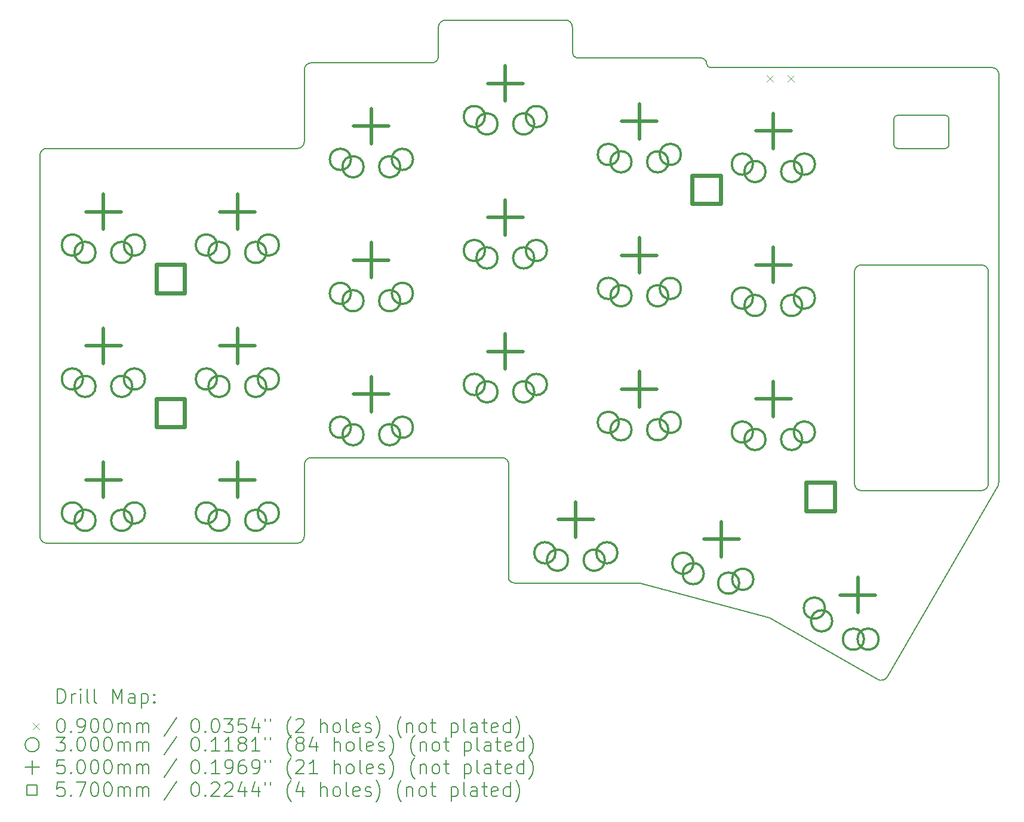
<source format=gbr>
%TF.GenerationSoftware,KiCad,Pcbnew,8.0.4*%
%TF.CreationDate,2024-08-30T16:20:11+03:00*%
%TF.ProjectId,pcb,7063622e-6b69-4636-9164-5f7063625858,rev?*%
%TF.SameCoordinates,Original*%
%TF.FileFunction,Drillmap*%
%TF.FilePolarity,Positive*%
%FSLAX45Y45*%
G04 Gerber Fmt 4.5, Leading zero omitted, Abs format (unit mm)*
G04 Created by KiCad (PCBNEW 8.0.4) date 2024-08-30 16:20:11*
%MOMM*%
%LPD*%
G01*
G04 APERTURE LIST*
%ADD10C,0.200000*%
%ADD11C,0.100000*%
%ADD12C,0.300000*%
%ADD13C,0.500000*%
%ADD14C,0.570000*%
G04 APERTURE END LIST*
D10*
X11300000Y-5594098D02*
G75*
G02*
X11400000Y-5494100I100000J-2D01*
G01*
X19100000Y-8461597D02*
G75*
G02*
X19200000Y-8361600I100000J-3D01*
G01*
X21050000Y-5561598D02*
G75*
G02*
X21150002Y-5661598I0J-100002D01*
G01*
X19660000Y-6659096D02*
X19659990Y-6289091D01*
X11299996Y-12208385D02*
G75*
G02*
X11199996Y-12308386I-99996J-5D01*
G01*
X11199996Y-12308385D02*
X7650000Y-12309098D01*
X21000000Y-8461597D02*
X21000000Y-11461597D01*
X17050805Y-5561893D02*
G75*
G02*
X17005728Y-5511800I5295J50093D01*
G01*
X17898000Y-13370097D02*
X16060000Y-12874097D01*
X20440000Y-6289094D02*
X20439996Y-6659090D01*
X19710000Y-6709096D02*
G75*
G02*
X19659994Y-6659096I0J50006D01*
G01*
X14099998Y-11094099D02*
G75*
G02*
X14200001Y-11194099I2J-100001D01*
G01*
X19200000Y-8361597D02*
X20900000Y-8361597D01*
X13199730Y-4991125D02*
G75*
G02*
X13313912Y-4887872I107280J-3875D01*
G01*
X21150000Y-5661598D02*
X21150000Y-11434335D01*
X15164850Y-5425889D02*
X16919785Y-5425309D01*
X20389996Y-6709090D02*
X19710000Y-6709096D01*
X19566596Y-14203080D02*
G75*
G02*
X19429996Y-14239678I-86596J49990D01*
G01*
X19200000Y-11561597D02*
G75*
G02*
X19100003Y-11461597I0J99997D01*
G01*
X14200000Y-12824071D02*
X14199998Y-11194099D01*
X19429994Y-14239683D02*
X17898000Y-13370097D01*
X16919785Y-5425309D02*
G75*
G02*
X17005723Y-5511800I-555J-86491D01*
G01*
X11400000Y-5494098D02*
X13116350Y-5494748D01*
X19659990Y-6289091D02*
G75*
G02*
X19709990Y-6239090I50000J1D01*
G01*
X17050805Y-5561893D02*
X21050000Y-5561598D01*
X20439996Y-6659090D02*
G75*
G02*
X20389996Y-6709086I-49986J-10D01*
G01*
X7550000Y-6809098D02*
G75*
G02*
X7650000Y-6709100I100000J-2D01*
G01*
X20900000Y-8361600D02*
G75*
G02*
X21000000Y-8461597I0J-100000D01*
G01*
X21136603Y-11484335D02*
X19566596Y-14203080D01*
X11299996Y-11194090D02*
G75*
G02*
X11399996Y-11094086I100014J-10D01*
G01*
X15164850Y-5425889D02*
G75*
G02*
X15101132Y-5351188I12150J74889D01*
G01*
X19100000Y-11461597D02*
X19100000Y-8461597D01*
X7550000Y-12209098D02*
X7550000Y-6809098D01*
X14286602Y-12874071D02*
G75*
G02*
X14199998Y-12824072I-3J100001D01*
G01*
X13313912Y-4887879D02*
X14997997Y-4888169D01*
X20900000Y-11561597D02*
X19200000Y-11561597D01*
X11300000Y-6609095D02*
G75*
G02*
X11200000Y-6709090I-99990J-5D01*
G01*
X13199750Y-5400650D02*
X13199730Y-4991125D01*
X11299996Y-12208385D02*
X11299996Y-11194090D01*
X14997997Y-4888169D02*
G75*
G02*
X15100866Y-4988336I3003J-99821D01*
G01*
X7650000Y-12309098D02*
G75*
G02*
X7550002Y-12209098I0J99998D01*
G01*
X7650000Y-6709098D02*
X11200000Y-6709095D01*
X20390000Y-6239094D02*
G75*
G02*
X20440006Y-6289094I0J-50006D01*
G01*
X16060000Y-12874097D02*
X14286602Y-12874071D01*
X19709990Y-6239091D02*
X20390000Y-6239094D01*
X13199750Y-5400650D02*
G75*
G02*
X13116350Y-5494750I-88750J-5350D01*
G01*
X15100872Y-4988336D02*
X15101131Y-5351188D01*
X14099998Y-11094099D02*
X11399996Y-11094090D01*
X11300000Y-6609095D02*
X11300000Y-5594098D01*
X21150000Y-11434335D02*
G75*
G02*
X21136602Y-11484335I-99980J-5D01*
G01*
X20999997Y-11461597D02*
G75*
G02*
X20900000Y-11561597I-99997J-3D01*
G01*
D11*
X17855000Y-5674097D02*
X17945000Y-5764097D01*
X17945000Y-5674097D02*
X17855000Y-5764097D01*
X18155000Y-5674097D02*
X18245000Y-5764097D01*
X18245000Y-5674097D02*
X18155000Y-5764097D01*
D12*
X8160000Y-8079097D02*
G75*
G02*
X7860000Y-8079097I-150000J0D01*
G01*
X7860000Y-8079097D02*
G75*
G02*
X8160000Y-8079097I150000J0D01*
G01*
X8160000Y-9979097D02*
G75*
G02*
X7860000Y-9979097I-150000J0D01*
G01*
X7860000Y-9979097D02*
G75*
G02*
X8160000Y-9979097I150000J0D01*
G01*
X8160000Y-11879097D02*
G75*
G02*
X7860000Y-11879097I-150000J0D01*
G01*
X7860000Y-11879097D02*
G75*
G02*
X8160000Y-11879097I150000J0D01*
G01*
X8340000Y-8184097D02*
G75*
G02*
X8040000Y-8184097I-150000J0D01*
G01*
X8040000Y-8184097D02*
G75*
G02*
X8340000Y-8184097I150000J0D01*
G01*
X8340000Y-10084097D02*
G75*
G02*
X8040000Y-10084097I-150000J0D01*
G01*
X8040000Y-10084097D02*
G75*
G02*
X8340000Y-10084097I150000J0D01*
G01*
X8340000Y-11984097D02*
G75*
G02*
X8040000Y-11984097I-150000J0D01*
G01*
X8040000Y-11984097D02*
G75*
G02*
X8340000Y-11984097I150000J0D01*
G01*
X8860000Y-8184097D02*
G75*
G02*
X8560000Y-8184097I-150000J0D01*
G01*
X8560000Y-8184097D02*
G75*
G02*
X8860000Y-8184097I150000J0D01*
G01*
X8860000Y-10084097D02*
G75*
G02*
X8560000Y-10084097I-150000J0D01*
G01*
X8560000Y-10084097D02*
G75*
G02*
X8860000Y-10084097I150000J0D01*
G01*
X8860000Y-11984097D02*
G75*
G02*
X8560000Y-11984097I-150000J0D01*
G01*
X8560000Y-11984097D02*
G75*
G02*
X8860000Y-11984097I150000J0D01*
G01*
X9040000Y-8079097D02*
G75*
G02*
X8740000Y-8079097I-150000J0D01*
G01*
X8740000Y-8079097D02*
G75*
G02*
X9040000Y-8079097I150000J0D01*
G01*
X9040000Y-9979097D02*
G75*
G02*
X8740000Y-9979097I-150000J0D01*
G01*
X8740000Y-9979097D02*
G75*
G02*
X9040000Y-9979097I150000J0D01*
G01*
X9040000Y-11879097D02*
G75*
G02*
X8740000Y-11879097I-150000J0D01*
G01*
X8740000Y-11879097D02*
G75*
G02*
X9040000Y-11879097I150000J0D01*
G01*
X10060000Y-8079097D02*
G75*
G02*
X9760000Y-8079097I-150000J0D01*
G01*
X9760000Y-8079097D02*
G75*
G02*
X10060000Y-8079097I150000J0D01*
G01*
X10060000Y-9979097D02*
G75*
G02*
X9760000Y-9979097I-150000J0D01*
G01*
X9760000Y-9979097D02*
G75*
G02*
X10060000Y-9979097I150000J0D01*
G01*
X10060000Y-11879097D02*
G75*
G02*
X9760000Y-11879097I-150000J0D01*
G01*
X9760000Y-11879097D02*
G75*
G02*
X10060000Y-11879097I150000J0D01*
G01*
X10240000Y-8184097D02*
G75*
G02*
X9940000Y-8184097I-150000J0D01*
G01*
X9940000Y-8184097D02*
G75*
G02*
X10240000Y-8184097I150000J0D01*
G01*
X10240000Y-10084097D02*
G75*
G02*
X9940000Y-10084097I-150000J0D01*
G01*
X9940000Y-10084097D02*
G75*
G02*
X10240000Y-10084097I150000J0D01*
G01*
X10240000Y-11984097D02*
G75*
G02*
X9940000Y-11984097I-150000J0D01*
G01*
X9940000Y-11984097D02*
G75*
G02*
X10240000Y-11984097I150000J0D01*
G01*
X10760000Y-8184097D02*
G75*
G02*
X10460000Y-8184097I-150000J0D01*
G01*
X10460000Y-8184097D02*
G75*
G02*
X10760000Y-8184097I150000J0D01*
G01*
X10760000Y-10084097D02*
G75*
G02*
X10460000Y-10084097I-150000J0D01*
G01*
X10460000Y-10084097D02*
G75*
G02*
X10760000Y-10084097I150000J0D01*
G01*
X10760000Y-11984097D02*
G75*
G02*
X10460000Y-11984097I-150000J0D01*
G01*
X10460000Y-11984097D02*
G75*
G02*
X10760000Y-11984097I150000J0D01*
G01*
X10940000Y-8079097D02*
G75*
G02*
X10640000Y-8079097I-150000J0D01*
G01*
X10640000Y-8079097D02*
G75*
G02*
X10940000Y-8079097I150000J0D01*
G01*
X10940000Y-9979097D02*
G75*
G02*
X10640000Y-9979097I-150000J0D01*
G01*
X10640000Y-9979097D02*
G75*
G02*
X10940000Y-9979097I150000J0D01*
G01*
X10940000Y-11879097D02*
G75*
G02*
X10640000Y-11879097I-150000J0D01*
G01*
X10640000Y-11879097D02*
G75*
G02*
X10940000Y-11879097I150000J0D01*
G01*
X11960000Y-6864097D02*
G75*
G02*
X11660000Y-6864097I-150000J0D01*
G01*
X11660000Y-6864097D02*
G75*
G02*
X11960000Y-6864097I150000J0D01*
G01*
X11960000Y-8764097D02*
G75*
G02*
X11660000Y-8764097I-150000J0D01*
G01*
X11660000Y-8764097D02*
G75*
G02*
X11960000Y-8764097I150000J0D01*
G01*
X11960000Y-10664097D02*
G75*
G02*
X11660000Y-10664097I-150000J0D01*
G01*
X11660000Y-10664097D02*
G75*
G02*
X11960000Y-10664097I150000J0D01*
G01*
X12140000Y-6969097D02*
G75*
G02*
X11840000Y-6969097I-150000J0D01*
G01*
X11840000Y-6969097D02*
G75*
G02*
X12140000Y-6969097I150000J0D01*
G01*
X12140000Y-8869097D02*
G75*
G02*
X11840000Y-8869097I-150000J0D01*
G01*
X11840000Y-8869097D02*
G75*
G02*
X12140000Y-8869097I150000J0D01*
G01*
X12140000Y-10769097D02*
G75*
G02*
X11840000Y-10769097I-150000J0D01*
G01*
X11840000Y-10769097D02*
G75*
G02*
X12140000Y-10769097I150000J0D01*
G01*
X12660000Y-6969097D02*
G75*
G02*
X12360000Y-6969097I-150000J0D01*
G01*
X12360000Y-6969097D02*
G75*
G02*
X12660000Y-6969097I150000J0D01*
G01*
X12660000Y-8869097D02*
G75*
G02*
X12360000Y-8869097I-150000J0D01*
G01*
X12360000Y-8869097D02*
G75*
G02*
X12660000Y-8869097I150000J0D01*
G01*
X12660000Y-10769097D02*
G75*
G02*
X12360000Y-10769097I-150000J0D01*
G01*
X12360000Y-10769097D02*
G75*
G02*
X12660000Y-10769097I150000J0D01*
G01*
X12840000Y-6864097D02*
G75*
G02*
X12540000Y-6864097I-150000J0D01*
G01*
X12540000Y-6864097D02*
G75*
G02*
X12840000Y-6864097I150000J0D01*
G01*
X12840000Y-8764097D02*
G75*
G02*
X12540000Y-8764097I-150000J0D01*
G01*
X12540000Y-8764097D02*
G75*
G02*
X12840000Y-8764097I150000J0D01*
G01*
X12840000Y-10664097D02*
G75*
G02*
X12540000Y-10664097I-150000J0D01*
G01*
X12540000Y-10664097D02*
G75*
G02*
X12840000Y-10664097I150000J0D01*
G01*
X13860000Y-6256597D02*
G75*
G02*
X13560000Y-6256597I-150000J0D01*
G01*
X13560000Y-6256597D02*
G75*
G02*
X13860000Y-6256597I150000J0D01*
G01*
X13860000Y-8156597D02*
G75*
G02*
X13560000Y-8156597I-150000J0D01*
G01*
X13560000Y-8156597D02*
G75*
G02*
X13860000Y-8156597I150000J0D01*
G01*
X13860000Y-10056597D02*
G75*
G02*
X13560000Y-10056597I-150000J0D01*
G01*
X13560000Y-10056597D02*
G75*
G02*
X13860000Y-10056597I150000J0D01*
G01*
X14040000Y-6361597D02*
G75*
G02*
X13740000Y-6361597I-150000J0D01*
G01*
X13740000Y-6361597D02*
G75*
G02*
X14040000Y-6361597I150000J0D01*
G01*
X14040000Y-8261597D02*
G75*
G02*
X13740000Y-8261597I-150000J0D01*
G01*
X13740000Y-8261597D02*
G75*
G02*
X14040000Y-8261597I150000J0D01*
G01*
X14040000Y-10161597D02*
G75*
G02*
X13740000Y-10161597I-150000J0D01*
G01*
X13740000Y-10161597D02*
G75*
G02*
X14040000Y-10161597I150000J0D01*
G01*
X14560000Y-6361597D02*
G75*
G02*
X14260000Y-6361597I-150000J0D01*
G01*
X14260000Y-6361597D02*
G75*
G02*
X14560000Y-6361597I150000J0D01*
G01*
X14560000Y-8261597D02*
G75*
G02*
X14260000Y-8261597I-150000J0D01*
G01*
X14260000Y-8261597D02*
G75*
G02*
X14560000Y-8261597I150000J0D01*
G01*
X14560000Y-10161597D02*
G75*
G02*
X14260000Y-10161597I-150000J0D01*
G01*
X14260000Y-10161597D02*
G75*
G02*
X14560000Y-10161597I150000J0D01*
G01*
X14740000Y-6256597D02*
G75*
G02*
X14440000Y-6256597I-150000J0D01*
G01*
X14440000Y-6256597D02*
G75*
G02*
X14740000Y-6256597I150000J0D01*
G01*
X14740000Y-8156597D02*
G75*
G02*
X14440000Y-8156597I-150000J0D01*
G01*
X14440000Y-8156597D02*
G75*
G02*
X14740000Y-8156597I150000J0D01*
G01*
X14740000Y-10056597D02*
G75*
G02*
X14440000Y-10056597I-150000J0D01*
G01*
X14440000Y-10056597D02*
G75*
G02*
X14740000Y-10056597I150000J0D01*
G01*
X14860000Y-12444070D02*
G75*
G02*
X14560000Y-12444070I-150000J0D01*
G01*
X14560000Y-12444070D02*
G75*
G02*
X14860000Y-12444070I150000J0D01*
G01*
X15040000Y-12549070D02*
G75*
G02*
X14740000Y-12549070I-150000J0D01*
G01*
X14740000Y-12549070D02*
G75*
G02*
X15040000Y-12549070I150000J0D01*
G01*
X15560000Y-12549070D02*
G75*
G02*
X15260000Y-12549070I-150000J0D01*
G01*
X15260000Y-12549070D02*
G75*
G02*
X15560000Y-12549070I150000J0D01*
G01*
X15740000Y-12444070D02*
G75*
G02*
X15440000Y-12444070I-150000J0D01*
G01*
X15440000Y-12444070D02*
G75*
G02*
X15740000Y-12444070I150000J0D01*
G01*
X15760000Y-6794097D02*
G75*
G02*
X15460000Y-6794097I-150000J0D01*
G01*
X15460000Y-6794097D02*
G75*
G02*
X15760000Y-6794097I150000J0D01*
G01*
X15760000Y-8694097D02*
G75*
G02*
X15460000Y-8694097I-150000J0D01*
G01*
X15460000Y-8694097D02*
G75*
G02*
X15760000Y-8694097I150000J0D01*
G01*
X15760000Y-10594097D02*
G75*
G02*
X15460000Y-10594097I-150000J0D01*
G01*
X15460000Y-10594097D02*
G75*
G02*
X15760000Y-10594097I150000J0D01*
G01*
X15940000Y-6899097D02*
G75*
G02*
X15640000Y-6899097I-150000J0D01*
G01*
X15640000Y-6899097D02*
G75*
G02*
X15940000Y-6899097I150000J0D01*
G01*
X15940000Y-8799097D02*
G75*
G02*
X15640000Y-8799097I-150000J0D01*
G01*
X15640000Y-8799097D02*
G75*
G02*
X15940000Y-8799097I150000J0D01*
G01*
X15940000Y-10699097D02*
G75*
G02*
X15640000Y-10699097I-150000J0D01*
G01*
X15640000Y-10699097D02*
G75*
G02*
X15940000Y-10699097I150000J0D01*
G01*
X16460000Y-6899097D02*
G75*
G02*
X16160000Y-6899097I-150000J0D01*
G01*
X16160000Y-6899097D02*
G75*
G02*
X16460000Y-6899097I150000J0D01*
G01*
X16460000Y-8799097D02*
G75*
G02*
X16160000Y-8799097I-150000J0D01*
G01*
X16160000Y-8799097D02*
G75*
G02*
X16460000Y-8799097I150000J0D01*
G01*
X16460000Y-10699097D02*
G75*
G02*
X16160000Y-10699097I-150000J0D01*
G01*
X16160000Y-10699097D02*
G75*
G02*
X16460000Y-10699097I150000J0D01*
G01*
X16640000Y-6794097D02*
G75*
G02*
X16340000Y-6794097I-150000J0D01*
G01*
X16340000Y-6794097D02*
G75*
G02*
X16640000Y-6794097I150000J0D01*
G01*
X16640000Y-8694097D02*
G75*
G02*
X16340000Y-8694097I-150000J0D01*
G01*
X16340000Y-8694097D02*
G75*
G02*
X16640000Y-8694097I150000J0D01*
G01*
X16640000Y-10594097D02*
G75*
G02*
X16340000Y-10594097I-150000J0D01*
G01*
X16340000Y-10594097D02*
G75*
G02*
X16640000Y-10594097I150000J0D01*
G01*
X16816855Y-12592423D02*
G75*
G02*
X16516855Y-12592423I-150000J0D01*
G01*
X16516855Y-12592423D02*
G75*
G02*
X16816855Y-12592423I150000J0D01*
G01*
X16963546Y-12740433D02*
G75*
G02*
X16663546Y-12740433I-150000J0D01*
G01*
X16663546Y-12740433D02*
G75*
G02*
X16963546Y-12740433I150000J0D01*
G01*
X17465827Y-12875019D02*
G75*
G02*
X17165827Y-12875019I-150000J0D01*
G01*
X17165827Y-12875019D02*
G75*
G02*
X17465827Y-12875019I150000J0D01*
G01*
X17660000Y-6931597D02*
G75*
G02*
X17360000Y-6931597I-150000J0D01*
G01*
X17360000Y-6931597D02*
G75*
G02*
X17660000Y-6931597I150000J0D01*
G01*
X17660000Y-8831597D02*
G75*
G02*
X17360000Y-8831597I-150000J0D01*
G01*
X17360000Y-8831597D02*
G75*
G02*
X17660000Y-8831597I150000J0D01*
G01*
X17660000Y-10731597D02*
G75*
G02*
X17360000Y-10731597I-150000J0D01*
G01*
X17360000Y-10731597D02*
G75*
G02*
X17660000Y-10731597I150000J0D01*
G01*
X17666870Y-12820184D02*
G75*
G02*
X17366870Y-12820184I-150000J0D01*
G01*
X17366870Y-12820184D02*
G75*
G02*
X17666870Y-12820184I150000J0D01*
G01*
X17840000Y-7036597D02*
G75*
G02*
X17540000Y-7036597I-150000J0D01*
G01*
X17540000Y-7036597D02*
G75*
G02*
X17840000Y-7036597I150000J0D01*
G01*
X17840000Y-8936597D02*
G75*
G02*
X17540000Y-8936597I-150000J0D01*
G01*
X17540000Y-8936597D02*
G75*
G02*
X17840000Y-8936597I150000J0D01*
G01*
X17840000Y-10836597D02*
G75*
G02*
X17540000Y-10836597I-150000J0D01*
G01*
X17540000Y-10836597D02*
G75*
G02*
X17840000Y-10836597I150000J0D01*
G01*
X18360000Y-7036597D02*
G75*
G02*
X18060000Y-7036597I-150000J0D01*
G01*
X18060000Y-7036597D02*
G75*
G02*
X18360000Y-7036597I150000J0D01*
G01*
X18360000Y-8936597D02*
G75*
G02*
X18060000Y-8936597I-150000J0D01*
G01*
X18060000Y-8936597D02*
G75*
G02*
X18360000Y-8936597I150000J0D01*
G01*
X18360000Y-10836597D02*
G75*
G02*
X18060000Y-10836597I-150000J0D01*
G01*
X18060000Y-10836597D02*
G75*
G02*
X18360000Y-10836597I150000J0D01*
G01*
X18540000Y-6931597D02*
G75*
G02*
X18240000Y-6931597I-150000J0D01*
G01*
X18240000Y-6931597D02*
G75*
G02*
X18540000Y-6931597I150000J0D01*
G01*
X18540000Y-8831597D02*
G75*
G02*
X18240000Y-8831597I-150000J0D01*
G01*
X18240000Y-8831597D02*
G75*
G02*
X18540000Y-8831597I150000J0D01*
G01*
X18540000Y-10731597D02*
G75*
G02*
X18240000Y-10731597I-150000J0D01*
G01*
X18240000Y-10731597D02*
G75*
G02*
X18540000Y-10731597I150000J0D01*
G01*
X18681675Y-13228949D02*
G75*
G02*
X18381675Y-13228949I-150000J0D01*
G01*
X18381675Y-13228949D02*
G75*
G02*
X18681675Y-13228949I150000J0D01*
G01*
X18785060Y-13409882D02*
G75*
G02*
X18485060Y-13409882I-150000J0D01*
G01*
X18485060Y-13409882D02*
G75*
G02*
X18785060Y-13409882I150000J0D01*
G01*
X19235393Y-13669882D02*
G75*
G02*
X18935393Y-13669882I-150000J0D01*
G01*
X18935393Y-13669882D02*
G75*
G02*
X19235393Y-13669882I150000J0D01*
G01*
X19443778Y-13668949D02*
G75*
G02*
X19143778Y-13668949I-150000J0D01*
G01*
X19143778Y-13668949D02*
G75*
G02*
X19443778Y-13668949I150000J0D01*
G01*
D13*
X8450000Y-7359097D02*
X8450000Y-7859097D01*
X8200000Y-7609097D02*
X8700000Y-7609097D01*
X8450000Y-9259097D02*
X8450000Y-9759097D01*
X8200000Y-9509097D02*
X8700000Y-9509097D01*
X8450000Y-11159097D02*
X8450000Y-11659097D01*
X8200000Y-11409097D02*
X8700000Y-11409097D01*
X10350000Y-7359097D02*
X10350000Y-7859097D01*
X10100000Y-7609097D02*
X10600000Y-7609097D01*
X10350000Y-9259097D02*
X10350000Y-9759097D01*
X10100000Y-9509097D02*
X10600000Y-9509097D01*
X10350000Y-11159097D02*
X10350000Y-11659097D01*
X10100000Y-11409097D02*
X10600000Y-11409097D01*
X12250000Y-6144097D02*
X12250000Y-6644097D01*
X12000000Y-6394097D02*
X12500000Y-6394097D01*
X12250000Y-8044097D02*
X12250000Y-8544097D01*
X12000000Y-8294097D02*
X12500000Y-8294097D01*
X12250000Y-9944097D02*
X12250000Y-10444097D01*
X12000000Y-10194097D02*
X12500000Y-10194097D01*
X14150000Y-5536597D02*
X14150000Y-6036597D01*
X13900000Y-5786597D02*
X14400000Y-5786597D01*
X14150000Y-7436597D02*
X14150000Y-7936597D01*
X13900000Y-7686597D02*
X14400000Y-7686597D01*
X14150000Y-9336597D02*
X14150000Y-9836597D01*
X13900000Y-9586597D02*
X14400000Y-9586597D01*
X15150000Y-11724070D02*
X15150000Y-12224070D01*
X14900000Y-11974070D02*
X15400000Y-11974070D01*
X16050000Y-6074097D02*
X16050000Y-6574097D01*
X15800000Y-6324097D02*
X16300000Y-6324097D01*
X16050000Y-7974097D02*
X16050000Y-8474097D01*
X15800000Y-8224097D02*
X16300000Y-8224097D01*
X16050000Y-9874097D02*
X16050000Y-10374097D01*
X15800000Y-10124097D02*
X16300000Y-10124097D01*
X17213508Y-12002319D02*
X17213508Y-12502319D01*
X16963508Y-12252319D02*
X17463508Y-12252319D01*
X17950000Y-6211597D02*
X17950000Y-6711597D01*
X17700000Y-6461597D02*
X18200000Y-6461597D01*
X17950000Y-8111597D02*
X17950000Y-8611597D01*
X17700000Y-8361597D02*
X18200000Y-8361597D01*
X17950000Y-10011597D02*
X17950000Y-10511597D01*
X17700000Y-10261597D02*
X18200000Y-10261597D01*
X19147726Y-12791917D02*
X19147726Y-13291917D01*
X18897726Y-13041917D02*
X19397726Y-13041917D01*
D14*
X9601527Y-8760624D02*
X9601527Y-8357570D01*
X9198473Y-8357570D01*
X9198473Y-8760624D01*
X9601527Y-8760624D01*
X9601527Y-10660624D02*
X9601527Y-10257570D01*
X9198473Y-10257570D01*
X9198473Y-10660624D01*
X9601527Y-10660624D01*
X17201527Y-7494374D02*
X17201527Y-7091320D01*
X16798473Y-7091320D01*
X16798473Y-7494374D01*
X17201527Y-7494374D01*
X18819743Y-11847841D02*
X18819743Y-11444786D01*
X18416688Y-11444786D01*
X18416688Y-11847841D01*
X18819743Y-11847841D01*
D10*
X7800777Y-14574563D02*
X7800777Y-14374563D01*
X7800777Y-14374563D02*
X7848396Y-14374563D01*
X7848396Y-14374563D02*
X7876967Y-14384087D01*
X7876967Y-14384087D02*
X7896015Y-14403135D01*
X7896015Y-14403135D02*
X7905539Y-14422182D01*
X7905539Y-14422182D02*
X7915062Y-14460277D01*
X7915062Y-14460277D02*
X7915062Y-14488849D01*
X7915062Y-14488849D02*
X7905539Y-14526944D01*
X7905539Y-14526944D02*
X7896015Y-14545992D01*
X7896015Y-14545992D02*
X7876967Y-14565039D01*
X7876967Y-14565039D02*
X7848396Y-14574563D01*
X7848396Y-14574563D02*
X7800777Y-14574563D01*
X8000777Y-14574563D02*
X8000777Y-14441230D01*
X8000777Y-14479325D02*
X8010301Y-14460277D01*
X8010301Y-14460277D02*
X8019824Y-14450754D01*
X8019824Y-14450754D02*
X8038872Y-14441230D01*
X8038872Y-14441230D02*
X8057920Y-14441230D01*
X8124586Y-14574563D02*
X8124586Y-14441230D01*
X8124586Y-14374563D02*
X8115062Y-14384087D01*
X8115062Y-14384087D02*
X8124586Y-14393611D01*
X8124586Y-14393611D02*
X8134110Y-14384087D01*
X8134110Y-14384087D02*
X8124586Y-14374563D01*
X8124586Y-14374563D02*
X8124586Y-14393611D01*
X8248396Y-14574563D02*
X8229348Y-14565039D01*
X8229348Y-14565039D02*
X8219824Y-14545992D01*
X8219824Y-14545992D02*
X8219824Y-14374563D01*
X8353158Y-14574563D02*
X8334110Y-14565039D01*
X8334110Y-14565039D02*
X8324586Y-14545992D01*
X8324586Y-14545992D02*
X8324586Y-14374563D01*
X8581729Y-14574563D02*
X8581729Y-14374563D01*
X8581729Y-14374563D02*
X8648396Y-14517420D01*
X8648396Y-14517420D02*
X8715063Y-14374563D01*
X8715063Y-14374563D02*
X8715063Y-14574563D01*
X8896015Y-14574563D02*
X8896015Y-14469801D01*
X8896015Y-14469801D02*
X8886491Y-14450754D01*
X8886491Y-14450754D02*
X8867444Y-14441230D01*
X8867444Y-14441230D02*
X8829348Y-14441230D01*
X8829348Y-14441230D02*
X8810301Y-14450754D01*
X8896015Y-14565039D02*
X8876967Y-14574563D01*
X8876967Y-14574563D02*
X8829348Y-14574563D01*
X8829348Y-14574563D02*
X8810301Y-14565039D01*
X8810301Y-14565039D02*
X8800777Y-14545992D01*
X8800777Y-14545992D02*
X8800777Y-14526944D01*
X8800777Y-14526944D02*
X8810301Y-14507897D01*
X8810301Y-14507897D02*
X8829348Y-14498373D01*
X8829348Y-14498373D02*
X8876967Y-14498373D01*
X8876967Y-14498373D02*
X8896015Y-14488849D01*
X8991253Y-14441230D02*
X8991253Y-14641230D01*
X8991253Y-14450754D02*
X9010301Y-14441230D01*
X9010301Y-14441230D02*
X9048396Y-14441230D01*
X9048396Y-14441230D02*
X9067444Y-14450754D01*
X9067444Y-14450754D02*
X9076967Y-14460277D01*
X9076967Y-14460277D02*
X9086491Y-14479325D01*
X9086491Y-14479325D02*
X9086491Y-14536468D01*
X9086491Y-14536468D02*
X9076967Y-14555516D01*
X9076967Y-14555516D02*
X9067444Y-14565039D01*
X9067444Y-14565039D02*
X9048396Y-14574563D01*
X9048396Y-14574563D02*
X9010301Y-14574563D01*
X9010301Y-14574563D02*
X8991253Y-14565039D01*
X9172205Y-14555516D02*
X9181729Y-14565039D01*
X9181729Y-14565039D02*
X9172205Y-14574563D01*
X9172205Y-14574563D02*
X9162682Y-14565039D01*
X9162682Y-14565039D02*
X9172205Y-14555516D01*
X9172205Y-14555516D02*
X9172205Y-14574563D01*
X9172205Y-14450754D02*
X9181729Y-14460277D01*
X9181729Y-14460277D02*
X9172205Y-14469801D01*
X9172205Y-14469801D02*
X9162682Y-14460277D01*
X9162682Y-14460277D02*
X9172205Y-14450754D01*
X9172205Y-14450754D02*
X9172205Y-14469801D01*
D11*
X7450000Y-14858079D02*
X7540000Y-14948079D01*
X7540000Y-14858079D02*
X7450000Y-14948079D01*
D10*
X7838872Y-14794563D02*
X7857920Y-14794563D01*
X7857920Y-14794563D02*
X7876967Y-14804087D01*
X7876967Y-14804087D02*
X7886491Y-14813611D01*
X7886491Y-14813611D02*
X7896015Y-14832658D01*
X7896015Y-14832658D02*
X7905539Y-14870754D01*
X7905539Y-14870754D02*
X7905539Y-14918373D01*
X7905539Y-14918373D02*
X7896015Y-14956468D01*
X7896015Y-14956468D02*
X7886491Y-14975516D01*
X7886491Y-14975516D02*
X7876967Y-14985039D01*
X7876967Y-14985039D02*
X7857920Y-14994563D01*
X7857920Y-14994563D02*
X7838872Y-14994563D01*
X7838872Y-14994563D02*
X7819824Y-14985039D01*
X7819824Y-14985039D02*
X7810301Y-14975516D01*
X7810301Y-14975516D02*
X7800777Y-14956468D01*
X7800777Y-14956468D02*
X7791253Y-14918373D01*
X7791253Y-14918373D02*
X7791253Y-14870754D01*
X7791253Y-14870754D02*
X7800777Y-14832658D01*
X7800777Y-14832658D02*
X7810301Y-14813611D01*
X7810301Y-14813611D02*
X7819824Y-14804087D01*
X7819824Y-14804087D02*
X7838872Y-14794563D01*
X7991253Y-14975516D02*
X8000777Y-14985039D01*
X8000777Y-14985039D02*
X7991253Y-14994563D01*
X7991253Y-14994563D02*
X7981729Y-14985039D01*
X7981729Y-14985039D02*
X7991253Y-14975516D01*
X7991253Y-14975516D02*
X7991253Y-14994563D01*
X8096015Y-14994563D02*
X8134110Y-14994563D01*
X8134110Y-14994563D02*
X8153158Y-14985039D01*
X8153158Y-14985039D02*
X8162682Y-14975516D01*
X8162682Y-14975516D02*
X8181729Y-14946944D01*
X8181729Y-14946944D02*
X8191253Y-14908849D01*
X8191253Y-14908849D02*
X8191253Y-14832658D01*
X8191253Y-14832658D02*
X8181729Y-14813611D01*
X8181729Y-14813611D02*
X8172205Y-14804087D01*
X8172205Y-14804087D02*
X8153158Y-14794563D01*
X8153158Y-14794563D02*
X8115062Y-14794563D01*
X8115062Y-14794563D02*
X8096015Y-14804087D01*
X8096015Y-14804087D02*
X8086491Y-14813611D01*
X8086491Y-14813611D02*
X8076967Y-14832658D01*
X8076967Y-14832658D02*
X8076967Y-14880277D01*
X8076967Y-14880277D02*
X8086491Y-14899325D01*
X8086491Y-14899325D02*
X8096015Y-14908849D01*
X8096015Y-14908849D02*
X8115062Y-14918373D01*
X8115062Y-14918373D02*
X8153158Y-14918373D01*
X8153158Y-14918373D02*
X8172205Y-14908849D01*
X8172205Y-14908849D02*
X8181729Y-14899325D01*
X8181729Y-14899325D02*
X8191253Y-14880277D01*
X8315062Y-14794563D02*
X8334110Y-14794563D01*
X8334110Y-14794563D02*
X8353158Y-14804087D01*
X8353158Y-14804087D02*
X8362682Y-14813611D01*
X8362682Y-14813611D02*
X8372205Y-14832658D01*
X8372205Y-14832658D02*
X8381729Y-14870754D01*
X8381729Y-14870754D02*
X8381729Y-14918373D01*
X8381729Y-14918373D02*
X8372205Y-14956468D01*
X8372205Y-14956468D02*
X8362682Y-14975516D01*
X8362682Y-14975516D02*
X8353158Y-14985039D01*
X8353158Y-14985039D02*
X8334110Y-14994563D01*
X8334110Y-14994563D02*
X8315062Y-14994563D01*
X8315062Y-14994563D02*
X8296015Y-14985039D01*
X8296015Y-14985039D02*
X8286491Y-14975516D01*
X8286491Y-14975516D02*
X8276967Y-14956468D01*
X8276967Y-14956468D02*
X8267443Y-14918373D01*
X8267443Y-14918373D02*
X8267443Y-14870754D01*
X8267443Y-14870754D02*
X8276967Y-14832658D01*
X8276967Y-14832658D02*
X8286491Y-14813611D01*
X8286491Y-14813611D02*
X8296015Y-14804087D01*
X8296015Y-14804087D02*
X8315062Y-14794563D01*
X8505539Y-14794563D02*
X8524586Y-14794563D01*
X8524586Y-14794563D02*
X8543634Y-14804087D01*
X8543634Y-14804087D02*
X8553158Y-14813611D01*
X8553158Y-14813611D02*
X8562682Y-14832658D01*
X8562682Y-14832658D02*
X8572205Y-14870754D01*
X8572205Y-14870754D02*
X8572205Y-14918373D01*
X8572205Y-14918373D02*
X8562682Y-14956468D01*
X8562682Y-14956468D02*
X8553158Y-14975516D01*
X8553158Y-14975516D02*
X8543634Y-14985039D01*
X8543634Y-14985039D02*
X8524586Y-14994563D01*
X8524586Y-14994563D02*
X8505539Y-14994563D01*
X8505539Y-14994563D02*
X8486491Y-14985039D01*
X8486491Y-14985039D02*
X8476967Y-14975516D01*
X8476967Y-14975516D02*
X8467444Y-14956468D01*
X8467444Y-14956468D02*
X8457920Y-14918373D01*
X8457920Y-14918373D02*
X8457920Y-14870754D01*
X8457920Y-14870754D02*
X8467444Y-14832658D01*
X8467444Y-14832658D02*
X8476967Y-14813611D01*
X8476967Y-14813611D02*
X8486491Y-14804087D01*
X8486491Y-14804087D02*
X8505539Y-14794563D01*
X8657920Y-14994563D02*
X8657920Y-14861230D01*
X8657920Y-14880277D02*
X8667444Y-14870754D01*
X8667444Y-14870754D02*
X8686491Y-14861230D01*
X8686491Y-14861230D02*
X8715063Y-14861230D01*
X8715063Y-14861230D02*
X8734110Y-14870754D01*
X8734110Y-14870754D02*
X8743634Y-14889801D01*
X8743634Y-14889801D02*
X8743634Y-14994563D01*
X8743634Y-14889801D02*
X8753158Y-14870754D01*
X8753158Y-14870754D02*
X8772205Y-14861230D01*
X8772205Y-14861230D02*
X8800777Y-14861230D01*
X8800777Y-14861230D02*
X8819825Y-14870754D01*
X8819825Y-14870754D02*
X8829348Y-14889801D01*
X8829348Y-14889801D02*
X8829348Y-14994563D01*
X8924586Y-14994563D02*
X8924586Y-14861230D01*
X8924586Y-14880277D02*
X8934110Y-14870754D01*
X8934110Y-14870754D02*
X8953158Y-14861230D01*
X8953158Y-14861230D02*
X8981729Y-14861230D01*
X8981729Y-14861230D02*
X9000777Y-14870754D01*
X9000777Y-14870754D02*
X9010301Y-14889801D01*
X9010301Y-14889801D02*
X9010301Y-14994563D01*
X9010301Y-14889801D02*
X9019825Y-14870754D01*
X9019825Y-14870754D02*
X9038872Y-14861230D01*
X9038872Y-14861230D02*
X9067444Y-14861230D01*
X9067444Y-14861230D02*
X9086491Y-14870754D01*
X9086491Y-14870754D02*
X9096015Y-14889801D01*
X9096015Y-14889801D02*
X9096015Y-14994563D01*
X9486491Y-14785039D02*
X9315063Y-15042182D01*
X9743634Y-14794563D02*
X9762682Y-14794563D01*
X9762682Y-14794563D02*
X9781729Y-14804087D01*
X9781729Y-14804087D02*
X9791253Y-14813611D01*
X9791253Y-14813611D02*
X9800777Y-14832658D01*
X9800777Y-14832658D02*
X9810301Y-14870754D01*
X9810301Y-14870754D02*
X9810301Y-14918373D01*
X9810301Y-14918373D02*
X9800777Y-14956468D01*
X9800777Y-14956468D02*
X9791253Y-14975516D01*
X9791253Y-14975516D02*
X9781729Y-14985039D01*
X9781729Y-14985039D02*
X9762682Y-14994563D01*
X9762682Y-14994563D02*
X9743634Y-14994563D01*
X9743634Y-14994563D02*
X9724587Y-14985039D01*
X9724587Y-14985039D02*
X9715063Y-14975516D01*
X9715063Y-14975516D02*
X9705539Y-14956468D01*
X9705539Y-14956468D02*
X9696015Y-14918373D01*
X9696015Y-14918373D02*
X9696015Y-14870754D01*
X9696015Y-14870754D02*
X9705539Y-14832658D01*
X9705539Y-14832658D02*
X9715063Y-14813611D01*
X9715063Y-14813611D02*
X9724587Y-14804087D01*
X9724587Y-14804087D02*
X9743634Y-14794563D01*
X9896015Y-14975516D02*
X9905539Y-14985039D01*
X9905539Y-14985039D02*
X9896015Y-14994563D01*
X9896015Y-14994563D02*
X9886491Y-14985039D01*
X9886491Y-14985039D02*
X9896015Y-14975516D01*
X9896015Y-14975516D02*
X9896015Y-14994563D01*
X10029348Y-14794563D02*
X10048396Y-14794563D01*
X10048396Y-14794563D02*
X10067444Y-14804087D01*
X10067444Y-14804087D02*
X10076968Y-14813611D01*
X10076968Y-14813611D02*
X10086491Y-14832658D01*
X10086491Y-14832658D02*
X10096015Y-14870754D01*
X10096015Y-14870754D02*
X10096015Y-14918373D01*
X10096015Y-14918373D02*
X10086491Y-14956468D01*
X10086491Y-14956468D02*
X10076968Y-14975516D01*
X10076968Y-14975516D02*
X10067444Y-14985039D01*
X10067444Y-14985039D02*
X10048396Y-14994563D01*
X10048396Y-14994563D02*
X10029348Y-14994563D01*
X10029348Y-14994563D02*
X10010301Y-14985039D01*
X10010301Y-14985039D02*
X10000777Y-14975516D01*
X10000777Y-14975516D02*
X9991253Y-14956468D01*
X9991253Y-14956468D02*
X9981729Y-14918373D01*
X9981729Y-14918373D02*
X9981729Y-14870754D01*
X9981729Y-14870754D02*
X9991253Y-14832658D01*
X9991253Y-14832658D02*
X10000777Y-14813611D01*
X10000777Y-14813611D02*
X10010301Y-14804087D01*
X10010301Y-14804087D02*
X10029348Y-14794563D01*
X10162682Y-14794563D02*
X10286491Y-14794563D01*
X10286491Y-14794563D02*
X10219825Y-14870754D01*
X10219825Y-14870754D02*
X10248396Y-14870754D01*
X10248396Y-14870754D02*
X10267444Y-14880277D01*
X10267444Y-14880277D02*
X10276968Y-14889801D01*
X10276968Y-14889801D02*
X10286491Y-14908849D01*
X10286491Y-14908849D02*
X10286491Y-14956468D01*
X10286491Y-14956468D02*
X10276968Y-14975516D01*
X10276968Y-14975516D02*
X10267444Y-14985039D01*
X10267444Y-14985039D02*
X10248396Y-14994563D01*
X10248396Y-14994563D02*
X10191253Y-14994563D01*
X10191253Y-14994563D02*
X10172206Y-14985039D01*
X10172206Y-14985039D02*
X10162682Y-14975516D01*
X10467444Y-14794563D02*
X10372206Y-14794563D01*
X10372206Y-14794563D02*
X10362682Y-14889801D01*
X10362682Y-14889801D02*
X10372206Y-14880277D01*
X10372206Y-14880277D02*
X10391253Y-14870754D01*
X10391253Y-14870754D02*
X10438872Y-14870754D01*
X10438872Y-14870754D02*
X10457920Y-14880277D01*
X10457920Y-14880277D02*
X10467444Y-14889801D01*
X10467444Y-14889801D02*
X10476968Y-14908849D01*
X10476968Y-14908849D02*
X10476968Y-14956468D01*
X10476968Y-14956468D02*
X10467444Y-14975516D01*
X10467444Y-14975516D02*
X10457920Y-14985039D01*
X10457920Y-14985039D02*
X10438872Y-14994563D01*
X10438872Y-14994563D02*
X10391253Y-14994563D01*
X10391253Y-14994563D02*
X10372206Y-14985039D01*
X10372206Y-14985039D02*
X10362682Y-14975516D01*
X10648396Y-14861230D02*
X10648396Y-14994563D01*
X10600777Y-14785039D02*
X10553158Y-14927897D01*
X10553158Y-14927897D02*
X10676968Y-14927897D01*
X10743634Y-14794563D02*
X10743634Y-14832658D01*
X10819825Y-14794563D02*
X10819825Y-14832658D01*
X11115063Y-15070754D02*
X11105539Y-15061230D01*
X11105539Y-15061230D02*
X11086491Y-15032658D01*
X11086491Y-15032658D02*
X11076968Y-15013611D01*
X11076968Y-15013611D02*
X11067444Y-14985039D01*
X11067444Y-14985039D02*
X11057920Y-14937420D01*
X11057920Y-14937420D02*
X11057920Y-14899325D01*
X11057920Y-14899325D02*
X11067444Y-14851706D01*
X11067444Y-14851706D02*
X11076968Y-14823135D01*
X11076968Y-14823135D02*
X11086491Y-14804087D01*
X11086491Y-14804087D02*
X11105539Y-14775516D01*
X11105539Y-14775516D02*
X11115063Y-14765992D01*
X11181730Y-14813611D02*
X11191253Y-14804087D01*
X11191253Y-14804087D02*
X11210301Y-14794563D01*
X11210301Y-14794563D02*
X11257920Y-14794563D01*
X11257920Y-14794563D02*
X11276968Y-14804087D01*
X11276968Y-14804087D02*
X11286491Y-14813611D01*
X11286491Y-14813611D02*
X11296015Y-14832658D01*
X11296015Y-14832658D02*
X11296015Y-14851706D01*
X11296015Y-14851706D02*
X11286491Y-14880277D01*
X11286491Y-14880277D02*
X11172206Y-14994563D01*
X11172206Y-14994563D02*
X11296015Y-14994563D01*
X11534110Y-14994563D02*
X11534110Y-14794563D01*
X11619825Y-14994563D02*
X11619825Y-14889801D01*
X11619825Y-14889801D02*
X11610301Y-14870754D01*
X11610301Y-14870754D02*
X11591253Y-14861230D01*
X11591253Y-14861230D02*
X11562682Y-14861230D01*
X11562682Y-14861230D02*
X11543634Y-14870754D01*
X11543634Y-14870754D02*
X11534110Y-14880277D01*
X11743634Y-14994563D02*
X11724587Y-14985039D01*
X11724587Y-14985039D02*
X11715063Y-14975516D01*
X11715063Y-14975516D02*
X11705539Y-14956468D01*
X11705539Y-14956468D02*
X11705539Y-14899325D01*
X11705539Y-14899325D02*
X11715063Y-14880277D01*
X11715063Y-14880277D02*
X11724587Y-14870754D01*
X11724587Y-14870754D02*
X11743634Y-14861230D01*
X11743634Y-14861230D02*
X11772206Y-14861230D01*
X11772206Y-14861230D02*
X11791253Y-14870754D01*
X11791253Y-14870754D02*
X11800777Y-14880277D01*
X11800777Y-14880277D02*
X11810301Y-14899325D01*
X11810301Y-14899325D02*
X11810301Y-14956468D01*
X11810301Y-14956468D02*
X11800777Y-14975516D01*
X11800777Y-14975516D02*
X11791253Y-14985039D01*
X11791253Y-14985039D02*
X11772206Y-14994563D01*
X11772206Y-14994563D02*
X11743634Y-14994563D01*
X11924587Y-14994563D02*
X11905539Y-14985039D01*
X11905539Y-14985039D02*
X11896015Y-14965992D01*
X11896015Y-14965992D02*
X11896015Y-14794563D01*
X12076968Y-14985039D02*
X12057920Y-14994563D01*
X12057920Y-14994563D02*
X12019825Y-14994563D01*
X12019825Y-14994563D02*
X12000777Y-14985039D01*
X12000777Y-14985039D02*
X11991253Y-14965992D01*
X11991253Y-14965992D02*
X11991253Y-14889801D01*
X11991253Y-14889801D02*
X12000777Y-14870754D01*
X12000777Y-14870754D02*
X12019825Y-14861230D01*
X12019825Y-14861230D02*
X12057920Y-14861230D01*
X12057920Y-14861230D02*
X12076968Y-14870754D01*
X12076968Y-14870754D02*
X12086491Y-14889801D01*
X12086491Y-14889801D02*
X12086491Y-14908849D01*
X12086491Y-14908849D02*
X11991253Y-14927897D01*
X12162682Y-14985039D02*
X12181730Y-14994563D01*
X12181730Y-14994563D02*
X12219825Y-14994563D01*
X12219825Y-14994563D02*
X12238872Y-14985039D01*
X12238872Y-14985039D02*
X12248396Y-14965992D01*
X12248396Y-14965992D02*
X12248396Y-14956468D01*
X12248396Y-14956468D02*
X12238872Y-14937420D01*
X12238872Y-14937420D02*
X12219825Y-14927897D01*
X12219825Y-14927897D02*
X12191253Y-14927897D01*
X12191253Y-14927897D02*
X12172206Y-14918373D01*
X12172206Y-14918373D02*
X12162682Y-14899325D01*
X12162682Y-14899325D02*
X12162682Y-14889801D01*
X12162682Y-14889801D02*
X12172206Y-14870754D01*
X12172206Y-14870754D02*
X12191253Y-14861230D01*
X12191253Y-14861230D02*
X12219825Y-14861230D01*
X12219825Y-14861230D02*
X12238872Y-14870754D01*
X12315063Y-15070754D02*
X12324587Y-15061230D01*
X12324587Y-15061230D02*
X12343634Y-15032658D01*
X12343634Y-15032658D02*
X12353158Y-15013611D01*
X12353158Y-15013611D02*
X12362682Y-14985039D01*
X12362682Y-14985039D02*
X12372206Y-14937420D01*
X12372206Y-14937420D02*
X12372206Y-14899325D01*
X12372206Y-14899325D02*
X12362682Y-14851706D01*
X12362682Y-14851706D02*
X12353158Y-14823135D01*
X12353158Y-14823135D02*
X12343634Y-14804087D01*
X12343634Y-14804087D02*
X12324587Y-14775516D01*
X12324587Y-14775516D02*
X12315063Y-14765992D01*
X12676968Y-15070754D02*
X12667444Y-15061230D01*
X12667444Y-15061230D02*
X12648396Y-15032658D01*
X12648396Y-15032658D02*
X12638872Y-15013611D01*
X12638872Y-15013611D02*
X12629349Y-14985039D01*
X12629349Y-14985039D02*
X12619825Y-14937420D01*
X12619825Y-14937420D02*
X12619825Y-14899325D01*
X12619825Y-14899325D02*
X12629349Y-14851706D01*
X12629349Y-14851706D02*
X12638872Y-14823135D01*
X12638872Y-14823135D02*
X12648396Y-14804087D01*
X12648396Y-14804087D02*
X12667444Y-14775516D01*
X12667444Y-14775516D02*
X12676968Y-14765992D01*
X12753158Y-14861230D02*
X12753158Y-14994563D01*
X12753158Y-14880277D02*
X12762682Y-14870754D01*
X12762682Y-14870754D02*
X12781730Y-14861230D01*
X12781730Y-14861230D02*
X12810301Y-14861230D01*
X12810301Y-14861230D02*
X12829349Y-14870754D01*
X12829349Y-14870754D02*
X12838872Y-14889801D01*
X12838872Y-14889801D02*
X12838872Y-14994563D01*
X12962682Y-14994563D02*
X12943634Y-14985039D01*
X12943634Y-14985039D02*
X12934111Y-14975516D01*
X12934111Y-14975516D02*
X12924587Y-14956468D01*
X12924587Y-14956468D02*
X12924587Y-14899325D01*
X12924587Y-14899325D02*
X12934111Y-14880277D01*
X12934111Y-14880277D02*
X12943634Y-14870754D01*
X12943634Y-14870754D02*
X12962682Y-14861230D01*
X12962682Y-14861230D02*
X12991253Y-14861230D01*
X12991253Y-14861230D02*
X13010301Y-14870754D01*
X13010301Y-14870754D02*
X13019825Y-14880277D01*
X13019825Y-14880277D02*
X13029349Y-14899325D01*
X13029349Y-14899325D02*
X13029349Y-14956468D01*
X13029349Y-14956468D02*
X13019825Y-14975516D01*
X13019825Y-14975516D02*
X13010301Y-14985039D01*
X13010301Y-14985039D02*
X12991253Y-14994563D01*
X12991253Y-14994563D02*
X12962682Y-14994563D01*
X13086492Y-14861230D02*
X13162682Y-14861230D01*
X13115063Y-14794563D02*
X13115063Y-14965992D01*
X13115063Y-14965992D02*
X13124587Y-14985039D01*
X13124587Y-14985039D02*
X13143634Y-14994563D01*
X13143634Y-14994563D02*
X13162682Y-14994563D01*
X13381730Y-14861230D02*
X13381730Y-15061230D01*
X13381730Y-14870754D02*
X13400777Y-14861230D01*
X13400777Y-14861230D02*
X13438873Y-14861230D01*
X13438873Y-14861230D02*
X13457920Y-14870754D01*
X13457920Y-14870754D02*
X13467444Y-14880277D01*
X13467444Y-14880277D02*
X13476968Y-14899325D01*
X13476968Y-14899325D02*
X13476968Y-14956468D01*
X13476968Y-14956468D02*
X13467444Y-14975516D01*
X13467444Y-14975516D02*
X13457920Y-14985039D01*
X13457920Y-14985039D02*
X13438873Y-14994563D01*
X13438873Y-14994563D02*
X13400777Y-14994563D01*
X13400777Y-14994563D02*
X13381730Y-14985039D01*
X13591253Y-14994563D02*
X13572206Y-14985039D01*
X13572206Y-14985039D02*
X13562682Y-14965992D01*
X13562682Y-14965992D02*
X13562682Y-14794563D01*
X13753158Y-14994563D02*
X13753158Y-14889801D01*
X13753158Y-14889801D02*
X13743634Y-14870754D01*
X13743634Y-14870754D02*
X13724587Y-14861230D01*
X13724587Y-14861230D02*
X13686492Y-14861230D01*
X13686492Y-14861230D02*
X13667444Y-14870754D01*
X13753158Y-14985039D02*
X13734111Y-14994563D01*
X13734111Y-14994563D02*
X13686492Y-14994563D01*
X13686492Y-14994563D02*
X13667444Y-14985039D01*
X13667444Y-14985039D02*
X13657920Y-14965992D01*
X13657920Y-14965992D02*
X13657920Y-14946944D01*
X13657920Y-14946944D02*
X13667444Y-14927897D01*
X13667444Y-14927897D02*
X13686492Y-14918373D01*
X13686492Y-14918373D02*
X13734111Y-14918373D01*
X13734111Y-14918373D02*
X13753158Y-14908849D01*
X13819825Y-14861230D02*
X13896015Y-14861230D01*
X13848396Y-14794563D02*
X13848396Y-14965992D01*
X13848396Y-14965992D02*
X13857920Y-14985039D01*
X13857920Y-14985039D02*
X13876968Y-14994563D01*
X13876968Y-14994563D02*
X13896015Y-14994563D01*
X14038873Y-14985039D02*
X14019825Y-14994563D01*
X14019825Y-14994563D02*
X13981730Y-14994563D01*
X13981730Y-14994563D02*
X13962682Y-14985039D01*
X13962682Y-14985039D02*
X13953158Y-14965992D01*
X13953158Y-14965992D02*
X13953158Y-14889801D01*
X13953158Y-14889801D02*
X13962682Y-14870754D01*
X13962682Y-14870754D02*
X13981730Y-14861230D01*
X13981730Y-14861230D02*
X14019825Y-14861230D01*
X14019825Y-14861230D02*
X14038873Y-14870754D01*
X14038873Y-14870754D02*
X14048396Y-14889801D01*
X14048396Y-14889801D02*
X14048396Y-14908849D01*
X14048396Y-14908849D02*
X13953158Y-14927897D01*
X14219825Y-14994563D02*
X14219825Y-14794563D01*
X14219825Y-14985039D02*
X14200777Y-14994563D01*
X14200777Y-14994563D02*
X14162682Y-14994563D01*
X14162682Y-14994563D02*
X14143634Y-14985039D01*
X14143634Y-14985039D02*
X14134111Y-14975516D01*
X14134111Y-14975516D02*
X14124587Y-14956468D01*
X14124587Y-14956468D02*
X14124587Y-14899325D01*
X14124587Y-14899325D02*
X14134111Y-14880277D01*
X14134111Y-14880277D02*
X14143634Y-14870754D01*
X14143634Y-14870754D02*
X14162682Y-14861230D01*
X14162682Y-14861230D02*
X14200777Y-14861230D01*
X14200777Y-14861230D02*
X14219825Y-14870754D01*
X14296015Y-15070754D02*
X14305539Y-15061230D01*
X14305539Y-15061230D02*
X14324587Y-15032658D01*
X14324587Y-15032658D02*
X14334111Y-15013611D01*
X14334111Y-15013611D02*
X14343634Y-14985039D01*
X14343634Y-14985039D02*
X14353158Y-14937420D01*
X14353158Y-14937420D02*
X14353158Y-14899325D01*
X14353158Y-14899325D02*
X14343634Y-14851706D01*
X14343634Y-14851706D02*
X14334111Y-14823135D01*
X14334111Y-14823135D02*
X14324587Y-14804087D01*
X14324587Y-14804087D02*
X14305539Y-14775516D01*
X14305539Y-14775516D02*
X14296015Y-14765992D01*
X7540000Y-15167079D02*
G75*
G02*
X7340000Y-15167079I-100000J0D01*
G01*
X7340000Y-15167079D02*
G75*
G02*
X7540000Y-15167079I100000J0D01*
G01*
X7781729Y-15058563D02*
X7905539Y-15058563D01*
X7905539Y-15058563D02*
X7838872Y-15134754D01*
X7838872Y-15134754D02*
X7867443Y-15134754D01*
X7867443Y-15134754D02*
X7886491Y-15144277D01*
X7886491Y-15144277D02*
X7896015Y-15153801D01*
X7896015Y-15153801D02*
X7905539Y-15172849D01*
X7905539Y-15172849D02*
X7905539Y-15220468D01*
X7905539Y-15220468D02*
X7896015Y-15239516D01*
X7896015Y-15239516D02*
X7886491Y-15249039D01*
X7886491Y-15249039D02*
X7867443Y-15258563D01*
X7867443Y-15258563D02*
X7810301Y-15258563D01*
X7810301Y-15258563D02*
X7791253Y-15249039D01*
X7791253Y-15249039D02*
X7781729Y-15239516D01*
X7991253Y-15239516D02*
X8000777Y-15249039D01*
X8000777Y-15249039D02*
X7991253Y-15258563D01*
X7991253Y-15258563D02*
X7981729Y-15249039D01*
X7981729Y-15249039D02*
X7991253Y-15239516D01*
X7991253Y-15239516D02*
X7991253Y-15258563D01*
X8124586Y-15058563D02*
X8143634Y-15058563D01*
X8143634Y-15058563D02*
X8162682Y-15068087D01*
X8162682Y-15068087D02*
X8172205Y-15077611D01*
X8172205Y-15077611D02*
X8181729Y-15096658D01*
X8181729Y-15096658D02*
X8191253Y-15134754D01*
X8191253Y-15134754D02*
X8191253Y-15182373D01*
X8191253Y-15182373D02*
X8181729Y-15220468D01*
X8181729Y-15220468D02*
X8172205Y-15239516D01*
X8172205Y-15239516D02*
X8162682Y-15249039D01*
X8162682Y-15249039D02*
X8143634Y-15258563D01*
X8143634Y-15258563D02*
X8124586Y-15258563D01*
X8124586Y-15258563D02*
X8105539Y-15249039D01*
X8105539Y-15249039D02*
X8096015Y-15239516D01*
X8096015Y-15239516D02*
X8086491Y-15220468D01*
X8086491Y-15220468D02*
X8076967Y-15182373D01*
X8076967Y-15182373D02*
X8076967Y-15134754D01*
X8076967Y-15134754D02*
X8086491Y-15096658D01*
X8086491Y-15096658D02*
X8096015Y-15077611D01*
X8096015Y-15077611D02*
X8105539Y-15068087D01*
X8105539Y-15068087D02*
X8124586Y-15058563D01*
X8315062Y-15058563D02*
X8334110Y-15058563D01*
X8334110Y-15058563D02*
X8353158Y-15068087D01*
X8353158Y-15068087D02*
X8362682Y-15077611D01*
X8362682Y-15077611D02*
X8372205Y-15096658D01*
X8372205Y-15096658D02*
X8381729Y-15134754D01*
X8381729Y-15134754D02*
X8381729Y-15182373D01*
X8381729Y-15182373D02*
X8372205Y-15220468D01*
X8372205Y-15220468D02*
X8362682Y-15239516D01*
X8362682Y-15239516D02*
X8353158Y-15249039D01*
X8353158Y-15249039D02*
X8334110Y-15258563D01*
X8334110Y-15258563D02*
X8315062Y-15258563D01*
X8315062Y-15258563D02*
X8296015Y-15249039D01*
X8296015Y-15249039D02*
X8286491Y-15239516D01*
X8286491Y-15239516D02*
X8276967Y-15220468D01*
X8276967Y-15220468D02*
X8267443Y-15182373D01*
X8267443Y-15182373D02*
X8267443Y-15134754D01*
X8267443Y-15134754D02*
X8276967Y-15096658D01*
X8276967Y-15096658D02*
X8286491Y-15077611D01*
X8286491Y-15077611D02*
X8296015Y-15068087D01*
X8296015Y-15068087D02*
X8315062Y-15058563D01*
X8505539Y-15058563D02*
X8524586Y-15058563D01*
X8524586Y-15058563D02*
X8543634Y-15068087D01*
X8543634Y-15068087D02*
X8553158Y-15077611D01*
X8553158Y-15077611D02*
X8562682Y-15096658D01*
X8562682Y-15096658D02*
X8572205Y-15134754D01*
X8572205Y-15134754D02*
X8572205Y-15182373D01*
X8572205Y-15182373D02*
X8562682Y-15220468D01*
X8562682Y-15220468D02*
X8553158Y-15239516D01*
X8553158Y-15239516D02*
X8543634Y-15249039D01*
X8543634Y-15249039D02*
X8524586Y-15258563D01*
X8524586Y-15258563D02*
X8505539Y-15258563D01*
X8505539Y-15258563D02*
X8486491Y-15249039D01*
X8486491Y-15249039D02*
X8476967Y-15239516D01*
X8476967Y-15239516D02*
X8467444Y-15220468D01*
X8467444Y-15220468D02*
X8457920Y-15182373D01*
X8457920Y-15182373D02*
X8457920Y-15134754D01*
X8457920Y-15134754D02*
X8467444Y-15096658D01*
X8467444Y-15096658D02*
X8476967Y-15077611D01*
X8476967Y-15077611D02*
X8486491Y-15068087D01*
X8486491Y-15068087D02*
X8505539Y-15058563D01*
X8657920Y-15258563D02*
X8657920Y-15125230D01*
X8657920Y-15144277D02*
X8667444Y-15134754D01*
X8667444Y-15134754D02*
X8686491Y-15125230D01*
X8686491Y-15125230D02*
X8715063Y-15125230D01*
X8715063Y-15125230D02*
X8734110Y-15134754D01*
X8734110Y-15134754D02*
X8743634Y-15153801D01*
X8743634Y-15153801D02*
X8743634Y-15258563D01*
X8743634Y-15153801D02*
X8753158Y-15134754D01*
X8753158Y-15134754D02*
X8772205Y-15125230D01*
X8772205Y-15125230D02*
X8800777Y-15125230D01*
X8800777Y-15125230D02*
X8819825Y-15134754D01*
X8819825Y-15134754D02*
X8829348Y-15153801D01*
X8829348Y-15153801D02*
X8829348Y-15258563D01*
X8924586Y-15258563D02*
X8924586Y-15125230D01*
X8924586Y-15144277D02*
X8934110Y-15134754D01*
X8934110Y-15134754D02*
X8953158Y-15125230D01*
X8953158Y-15125230D02*
X8981729Y-15125230D01*
X8981729Y-15125230D02*
X9000777Y-15134754D01*
X9000777Y-15134754D02*
X9010301Y-15153801D01*
X9010301Y-15153801D02*
X9010301Y-15258563D01*
X9010301Y-15153801D02*
X9019825Y-15134754D01*
X9019825Y-15134754D02*
X9038872Y-15125230D01*
X9038872Y-15125230D02*
X9067444Y-15125230D01*
X9067444Y-15125230D02*
X9086491Y-15134754D01*
X9086491Y-15134754D02*
X9096015Y-15153801D01*
X9096015Y-15153801D02*
X9096015Y-15258563D01*
X9486491Y-15049039D02*
X9315063Y-15306182D01*
X9743634Y-15058563D02*
X9762682Y-15058563D01*
X9762682Y-15058563D02*
X9781729Y-15068087D01*
X9781729Y-15068087D02*
X9791253Y-15077611D01*
X9791253Y-15077611D02*
X9800777Y-15096658D01*
X9800777Y-15096658D02*
X9810301Y-15134754D01*
X9810301Y-15134754D02*
X9810301Y-15182373D01*
X9810301Y-15182373D02*
X9800777Y-15220468D01*
X9800777Y-15220468D02*
X9791253Y-15239516D01*
X9791253Y-15239516D02*
X9781729Y-15249039D01*
X9781729Y-15249039D02*
X9762682Y-15258563D01*
X9762682Y-15258563D02*
X9743634Y-15258563D01*
X9743634Y-15258563D02*
X9724587Y-15249039D01*
X9724587Y-15249039D02*
X9715063Y-15239516D01*
X9715063Y-15239516D02*
X9705539Y-15220468D01*
X9705539Y-15220468D02*
X9696015Y-15182373D01*
X9696015Y-15182373D02*
X9696015Y-15134754D01*
X9696015Y-15134754D02*
X9705539Y-15096658D01*
X9705539Y-15096658D02*
X9715063Y-15077611D01*
X9715063Y-15077611D02*
X9724587Y-15068087D01*
X9724587Y-15068087D02*
X9743634Y-15058563D01*
X9896015Y-15239516D02*
X9905539Y-15249039D01*
X9905539Y-15249039D02*
X9896015Y-15258563D01*
X9896015Y-15258563D02*
X9886491Y-15249039D01*
X9886491Y-15249039D02*
X9896015Y-15239516D01*
X9896015Y-15239516D02*
X9896015Y-15258563D01*
X10096015Y-15258563D02*
X9981729Y-15258563D01*
X10038872Y-15258563D02*
X10038872Y-15058563D01*
X10038872Y-15058563D02*
X10019825Y-15087135D01*
X10019825Y-15087135D02*
X10000777Y-15106182D01*
X10000777Y-15106182D02*
X9981729Y-15115706D01*
X10286491Y-15258563D02*
X10172206Y-15258563D01*
X10229348Y-15258563D02*
X10229348Y-15058563D01*
X10229348Y-15058563D02*
X10210301Y-15087135D01*
X10210301Y-15087135D02*
X10191253Y-15106182D01*
X10191253Y-15106182D02*
X10172206Y-15115706D01*
X10400777Y-15144277D02*
X10381729Y-15134754D01*
X10381729Y-15134754D02*
X10372206Y-15125230D01*
X10372206Y-15125230D02*
X10362682Y-15106182D01*
X10362682Y-15106182D02*
X10362682Y-15096658D01*
X10362682Y-15096658D02*
X10372206Y-15077611D01*
X10372206Y-15077611D02*
X10381729Y-15068087D01*
X10381729Y-15068087D02*
X10400777Y-15058563D01*
X10400777Y-15058563D02*
X10438872Y-15058563D01*
X10438872Y-15058563D02*
X10457920Y-15068087D01*
X10457920Y-15068087D02*
X10467444Y-15077611D01*
X10467444Y-15077611D02*
X10476968Y-15096658D01*
X10476968Y-15096658D02*
X10476968Y-15106182D01*
X10476968Y-15106182D02*
X10467444Y-15125230D01*
X10467444Y-15125230D02*
X10457920Y-15134754D01*
X10457920Y-15134754D02*
X10438872Y-15144277D01*
X10438872Y-15144277D02*
X10400777Y-15144277D01*
X10400777Y-15144277D02*
X10381729Y-15153801D01*
X10381729Y-15153801D02*
X10372206Y-15163325D01*
X10372206Y-15163325D02*
X10362682Y-15182373D01*
X10362682Y-15182373D02*
X10362682Y-15220468D01*
X10362682Y-15220468D02*
X10372206Y-15239516D01*
X10372206Y-15239516D02*
X10381729Y-15249039D01*
X10381729Y-15249039D02*
X10400777Y-15258563D01*
X10400777Y-15258563D02*
X10438872Y-15258563D01*
X10438872Y-15258563D02*
X10457920Y-15249039D01*
X10457920Y-15249039D02*
X10467444Y-15239516D01*
X10467444Y-15239516D02*
X10476968Y-15220468D01*
X10476968Y-15220468D02*
X10476968Y-15182373D01*
X10476968Y-15182373D02*
X10467444Y-15163325D01*
X10467444Y-15163325D02*
X10457920Y-15153801D01*
X10457920Y-15153801D02*
X10438872Y-15144277D01*
X10667444Y-15258563D02*
X10553158Y-15258563D01*
X10610301Y-15258563D02*
X10610301Y-15058563D01*
X10610301Y-15058563D02*
X10591253Y-15087135D01*
X10591253Y-15087135D02*
X10572206Y-15106182D01*
X10572206Y-15106182D02*
X10553158Y-15115706D01*
X10743634Y-15058563D02*
X10743634Y-15096658D01*
X10819825Y-15058563D02*
X10819825Y-15096658D01*
X11115063Y-15334754D02*
X11105539Y-15325230D01*
X11105539Y-15325230D02*
X11086491Y-15296658D01*
X11086491Y-15296658D02*
X11076968Y-15277611D01*
X11076968Y-15277611D02*
X11067444Y-15249039D01*
X11067444Y-15249039D02*
X11057920Y-15201420D01*
X11057920Y-15201420D02*
X11057920Y-15163325D01*
X11057920Y-15163325D02*
X11067444Y-15115706D01*
X11067444Y-15115706D02*
X11076968Y-15087135D01*
X11076968Y-15087135D02*
X11086491Y-15068087D01*
X11086491Y-15068087D02*
X11105539Y-15039516D01*
X11105539Y-15039516D02*
X11115063Y-15029992D01*
X11219825Y-15144277D02*
X11200777Y-15134754D01*
X11200777Y-15134754D02*
X11191253Y-15125230D01*
X11191253Y-15125230D02*
X11181730Y-15106182D01*
X11181730Y-15106182D02*
X11181730Y-15096658D01*
X11181730Y-15096658D02*
X11191253Y-15077611D01*
X11191253Y-15077611D02*
X11200777Y-15068087D01*
X11200777Y-15068087D02*
X11219825Y-15058563D01*
X11219825Y-15058563D02*
X11257920Y-15058563D01*
X11257920Y-15058563D02*
X11276968Y-15068087D01*
X11276968Y-15068087D02*
X11286491Y-15077611D01*
X11286491Y-15077611D02*
X11296015Y-15096658D01*
X11296015Y-15096658D02*
X11296015Y-15106182D01*
X11296015Y-15106182D02*
X11286491Y-15125230D01*
X11286491Y-15125230D02*
X11276968Y-15134754D01*
X11276968Y-15134754D02*
X11257920Y-15144277D01*
X11257920Y-15144277D02*
X11219825Y-15144277D01*
X11219825Y-15144277D02*
X11200777Y-15153801D01*
X11200777Y-15153801D02*
X11191253Y-15163325D01*
X11191253Y-15163325D02*
X11181730Y-15182373D01*
X11181730Y-15182373D02*
X11181730Y-15220468D01*
X11181730Y-15220468D02*
X11191253Y-15239516D01*
X11191253Y-15239516D02*
X11200777Y-15249039D01*
X11200777Y-15249039D02*
X11219825Y-15258563D01*
X11219825Y-15258563D02*
X11257920Y-15258563D01*
X11257920Y-15258563D02*
X11276968Y-15249039D01*
X11276968Y-15249039D02*
X11286491Y-15239516D01*
X11286491Y-15239516D02*
X11296015Y-15220468D01*
X11296015Y-15220468D02*
X11296015Y-15182373D01*
X11296015Y-15182373D02*
X11286491Y-15163325D01*
X11286491Y-15163325D02*
X11276968Y-15153801D01*
X11276968Y-15153801D02*
X11257920Y-15144277D01*
X11467444Y-15125230D02*
X11467444Y-15258563D01*
X11419825Y-15049039D02*
X11372206Y-15191897D01*
X11372206Y-15191897D02*
X11496015Y-15191897D01*
X11724587Y-15258563D02*
X11724587Y-15058563D01*
X11810301Y-15258563D02*
X11810301Y-15153801D01*
X11810301Y-15153801D02*
X11800777Y-15134754D01*
X11800777Y-15134754D02*
X11781730Y-15125230D01*
X11781730Y-15125230D02*
X11753158Y-15125230D01*
X11753158Y-15125230D02*
X11734110Y-15134754D01*
X11734110Y-15134754D02*
X11724587Y-15144277D01*
X11934110Y-15258563D02*
X11915063Y-15249039D01*
X11915063Y-15249039D02*
X11905539Y-15239516D01*
X11905539Y-15239516D02*
X11896015Y-15220468D01*
X11896015Y-15220468D02*
X11896015Y-15163325D01*
X11896015Y-15163325D02*
X11905539Y-15144277D01*
X11905539Y-15144277D02*
X11915063Y-15134754D01*
X11915063Y-15134754D02*
X11934110Y-15125230D01*
X11934110Y-15125230D02*
X11962682Y-15125230D01*
X11962682Y-15125230D02*
X11981730Y-15134754D01*
X11981730Y-15134754D02*
X11991253Y-15144277D01*
X11991253Y-15144277D02*
X12000777Y-15163325D01*
X12000777Y-15163325D02*
X12000777Y-15220468D01*
X12000777Y-15220468D02*
X11991253Y-15239516D01*
X11991253Y-15239516D02*
X11981730Y-15249039D01*
X11981730Y-15249039D02*
X11962682Y-15258563D01*
X11962682Y-15258563D02*
X11934110Y-15258563D01*
X12115063Y-15258563D02*
X12096015Y-15249039D01*
X12096015Y-15249039D02*
X12086491Y-15229992D01*
X12086491Y-15229992D02*
X12086491Y-15058563D01*
X12267444Y-15249039D02*
X12248396Y-15258563D01*
X12248396Y-15258563D02*
X12210301Y-15258563D01*
X12210301Y-15258563D02*
X12191253Y-15249039D01*
X12191253Y-15249039D02*
X12181730Y-15229992D01*
X12181730Y-15229992D02*
X12181730Y-15153801D01*
X12181730Y-15153801D02*
X12191253Y-15134754D01*
X12191253Y-15134754D02*
X12210301Y-15125230D01*
X12210301Y-15125230D02*
X12248396Y-15125230D01*
X12248396Y-15125230D02*
X12267444Y-15134754D01*
X12267444Y-15134754D02*
X12276968Y-15153801D01*
X12276968Y-15153801D02*
X12276968Y-15172849D01*
X12276968Y-15172849D02*
X12181730Y-15191897D01*
X12353158Y-15249039D02*
X12372206Y-15258563D01*
X12372206Y-15258563D02*
X12410301Y-15258563D01*
X12410301Y-15258563D02*
X12429349Y-15249039D01*
X12429349Y-15249039D02*
X12438872Y-15229992D01*
X12438872Y-15229992D02*
X12438872Y-15220468D01*
X12438872Y-15220468D02*
X12429349Y-15201420D01*
X12429349Y-15201420D02*
X12410301Y-15191897D01*
X12410301Y-15191897D02*
X12381730Y-15191897D01*
X12381730Y-15191897D02*
X12362682Y-15182373D01*
X12362682Y-15182373D02*
X12353158Y-15163325D01*
X12353158Y-15163325D02*
X12353158Y-15153801D01*
X12353158Y-15153801D02*
X12362682Y-15134754D01*
X12362682Y-15134754D02*
X12381730Y-15125230D01*
X12381730Y-15125230D02*
X12410301Y-15125230D01*
X12410301Y-15125230D02*
X12429349Y-15134754D01*
X12505539Y-15334754D02*
X12515063Y-15325230D01*
X12515063Y-15325230D02*
X12534111Y-15296658D01*
X12534111Y-15296658D02*
X12543634Y-15277611D01*
X12543634Y-15277611D02*
X12553158Y-15249039D01*
X12553158Y-15249039D02*
X12562682Y-15201420D01*
X12562682Y-15201420D02*
X12562682Y-15163325D01*
X12562682Y-15163325D02*
X12553158Y-15115706D01*
X12553158Y-15115706D02*
X12543634Y-15087135D01*
X12543634Y-15087135D02*
X12534111Y-15068087D01*
X12534111Y-15068087D02*
X12515063Y-15039516D01*
X12515063Y-15039516D02*
X12505539Y-15029992D01*
X12867444Y-15334754D02*
X12857920Y-15325230D01*
X12857920Y-15325230D02*
X12838872Y-15296658D01*
X12838872Y-15296658D02*
X12829349Y-15277611D01*
X12829349Y-15277611D02*
X12819825Y-15249039D01*
X12819825Y-15249039D02*
X12810301Y-15201420D01*
X12810301Y-15201420D02*
X12810301Y-15163325D01*
X12810301Y-15163325D02*
X12819825Y-15115706D01*
X12819825Y-15115706D02*
X12829349Y-15087135D01*
X12829349Y-15087135D02*
X12838872Y-15068087D01*
X12838872Y-15068087D02*
X12857920Y-15039516D01*
X12857920Y-15039516D02*
X12867444Y-15029992D01*
X12943634Y-15125230D02*
X12943634Y-15258563D01*
X12943634Y-15144277D02*
X12953158Y-15134754D01*
X12953158Y-15134754D02*
X12972206Y-15125230D01*
X12972206Y-15125230D02*
X13000777Y-15125230D01*
X13000777Y-15125230D02*
X13019825Y-15134754D01*
X13019825Y-15134754D02*
X13029349Y-15153801D01*
X13029349Y-15153801D02*
X13029349Y-15258563D01*
X13153158Y-15258563D02*
X13134111Y-15249039D01*
X13134111Y-15249039D02*
X13124587Y-15239516D01*
X13124587Y-15239516D02*
X13115063Y-15220468D01*
X13115063Y-15220468D02*
X13115063Y-15163325D01*
X13115063Y-15163325D02*
X13124587Y-15144277D01*
X13124587Y-15144277D02*
X13134111Y-15134754D01*
X13134111Y-15134754D02*
X13153158Y-15125230D01*
X13153158Y-15125230D02*
X13181730Y-15125230D01*
X13181730Y-15125230D02*
X13200777Y-15134754D01*
X13200777Y-15134754D02*
X13210301Y-15144277D01*
X13210301Y-15144277D02*
X13219825Y-15163325D01*
X13219825Y-15163325D02*
X13219825Y-15220468D01*
X13219825Y-15220468D02*
X13210301Y-15239516D01*
X13210301Y-15239516D02*
X13200777Y-15249039D01*
X13200777Y-15249039D02*
X13181730Y-15258563D01*
X13181730Y-15258563D02*
X13153158Y-15258563D01*
X13276968Y-15125230D02*
X13353158Y-15125230D01*
X13305539Y-15058563D02*
X13305539Y-15229992D01*
X13305539Y-15229992D02*
X13315063Y-15249039D01*
X13315063Y-15249039D02*
X13334111Y-15258563D01*
X13334111Y-15258563D02*
X13353158Y-15258563D01*
X13572206Y-15125230D02*
X13572206Y-15325230D01*
X13572206Y-15134754D02*
X13591253Y-15125230D01*
X13591253Y-15125230D02*
X13629349Y-15125230D01*
X13629349Y-15125230D02*
X13648396Y-15134754D01*
X13648396Y-15134754D02*
X13657920Y-15144277D01*
X13657920Y-15144277D02*
X13667444Y-15163325D01*
X13667444Y-15163325D02*
X13667444Y-15220468D01*
X13667444Y-15220468D02*
X13657920Y-15239516D01*
X13657920Y-15239516D02*
X13648396Y-15249039D01*
X13648396Y-15249039D02*
X13629349Y-15258563D01*
X13629349Y-15258563D02*
X13591253Y-15258563D01*
X13591253Y-15258563D02*
X13572206Y-15249039D01*
X13781730Y-15258563D02*
X13762682Y-15249039D01*
X13762682Y-15249039D02*
X13753158Y-15229992D01*
X13753158Y-15229992D02*
X13753158Y-15058563D01*
X13943634Y-15258563D02*
X13943634Y-15153801D01*
X13943634Y-15153801D02*
X13934111Y-15134754D01*
X13934111Y-15134754D02*
X13915063Y-15125230D01*
X13915063Y-15125230D02*
X13876968Y-15125230D01*
X13876968Y-15125230D02*
X13857920Y-15134754D01*
X13943634Y-15249039D02*
X13924587Y-15258563D01*
X13924587Y-15258563D02*
X13876968Y-15258563D01*
X13876968Y-15258563D02*
X13857920Y-15249039D01*
X13857920Y-15249039D02*
X13848396Y-15229992D01*
X13848396Y-15229992D02*
X13848396Y-15210944D01*
X13848396Y-15210944D02*
X13857920Y-15191897D01*
X13857920Y-15191897D02*
X13876968Y-15182373D01*
X13876968Y-15182373D02*
X13924587Y-15182373D01*
X13924587Y-15182373D02*
X13943634Y-15172849D01*
X14010301Y-15125230D02*
X14086492Y-15125230D01*
X14038873Y-15058563D02*
X14038873Y-15229992D01*
X14038873Y-15229992D02*
X14048396Y-15249039D01*
X14048396Y-15249039D02*
X14067444Y-15258563D01*
X14067444Y-15258563D02*
X14086492Y-15258563D01*
X14229349Y-15249039D02*
X14210301Y-15258563D01*
X14210301Y-15258563D02*
X14172206Y-15258563D01*
X14172206Y-15258563D02*
X14153158Y-15249039D01*
X14153158Y-15249039D02*
X14143634Y-15229992D01*
X14143634Y-15229992D02*
X14143634Y-15153801D01*
X14143634Y-15153801D02*
X14153158Y-15134754D01*
X14153158Y-15134754D02*
X14172206Y-15125230D01*
X14172206Y-15125230D02*
X14210301Y-15125230D01*
X14210301Y-15125230D02*
X14229349Y-15134754D01*
X14229349Y-15134754D02*
X14238873Y-15153801D01*
X14238873Y-15153801D02*
X14238873Y-15172849D01*
X14238873Y-15172849D02*
X14143634Y-15191897D01*
X14410301Y-15258563D02*
X14410301Y-15058563D01*
X14410301Y-15249039D02*
X14391254Y-15258563D01*
X14391254Y-15258563D02*
X14353158Y-15258563D01*
X14353158Y-15258563D02*
X14334111Y-15249039D01*
X14334111Y-15249039D02*
X14324587Y-15239516D01*
X14324587Y-15239516D02*
X14315063Y-15220468D01*
X14315063Y-15220468D02*
X14315063Y-15163325D01*
X14315063Y-15163325D02*
X14324587Y-15144277D01*
X14324587Y-15144277D02*
X14334111Y-15134754D01*
X14334111Y-15134754D02*
X14353158Y-15125230D01*
X14353158Y-15125230D02*
X14391254Y-15125230D01*
X14391254Y-15125230D02*
X14410301Y-15134754D01*
X14486492Y-15334754D02*
X14496015Y-15325230D01*
X14496015Y-15325230D02*
X14515063Y-15296658D01*
X14515063Y-15296658D02*
X14524587Y-15277611D01*
X14524587Y-15277611D02*
X14534111Y-15249039D01*
X14534111Y-15249039D02*
X14543634Y-15201420D01*
X14543634Y-15201420D02*
X14543634Y-15163325D01*
X14543634Y-15163325D02*
X14534111Y-15115706D01*
X14534111Y-15115706D02*
X14524587Y-15087135D01*
X14524587Y-15087135D02*
X14515063Y-15068087D01*
X14515063Y-15068087D02*
X14496015Y-15039516D01*
X14496015Y-15039516D02*
X14486492Y-15029992D01*
X7440000Y-15387079D02*
X7440000Y-15587079D01*
X7340000Y-15487079D02*
X7540000Y-15487079D01*
X7896015Y-15378563D02*
X7800777Y-15378563D01*
X7800777Y-15378563D02*
X7791253Y-15473801D01*
X7791253Y-15473801D02*
X7800777Y-15464277D01*
X7800777Y-15464277D02*
X7819824Y-15454754D01*
X7819824Y-15454754D02*
X7867443Y-15454754D01*
X7867443Y-15454754D02*
X7886491Y-15464277D01*
X7886491Y-15464277D02*
X7896015Y-15473801D01*
X7896015Y-15473801D02*
X7905539Y-15492849D01*
X7905539Y-15492849D02*
X7905539Y-15540468D01*
X7905539Y-15540468D02*
X7896015Y-15559516D01*
X7896015Y-15559516D02*
X7886491Y-15569039D01*
X7886491Y-15569039D02*
X7867443Y-15578563D01*
X7867443Y-15578563D02*
X7819824Y-15578563D01*
X7819824Y-15578563D02*
X7800777Y-15569039D01*
X7800777Y-15569039D02*
X7791253Y-15559516D01*
X7991253Y-15559516D02*
X8000777Y-15569039D01*
X8000777Y-15569039D02*
X7991253Y-15578563D01*
X7991253Y-15578563D02*
X7981729Y-15569039D01*
X7981729Y-15569039D02*
X7991253Y-15559516D01*
X7991253Y-15559516D02*
X7991253Y-15578563D01*
X8124586Y-15378563D02*
X8143634Y-15378563D01*
X8143634Y-15378563D02*
X8162682Y-15388087D01*
X8162682Y-15388087D02*
X8172205Y-15397611D01*
X8172205Y-15397611D02*
X8181729Y-15416658D01*
X8181729Y-15416658D02*
X8191253Y-15454754D01*
X8191253Y-15454754D02*
X8191253Y-15502373D01*
X8191253Y-15502373D02*
X8181729Y-15540468D01*
X8181729Y-15540468D02*
X8172205Y-15559516D01*
X8172205Y-15559516D02*
X8162682Y-15569039D01*
X8162682Y-15569039D02*
X8143634Y-15578563D01*
X8143634Y-15578563D02*
X8124586Y-15578563D01*
X8124586Y-15578563D02*
X8105539Y-15569039D01*
X8105539Y-15569039D02*
X8096015Y-15559516D01*
X8096015Y-15559516D02*
X8086491Y-15540468D01*
X8086491Y-15540468D02*
X8076967Y-15502373D01*
X8076967Y-15502373D02*
X8076967Y-15454754D01*
X8076967Y-15454754D02*
X8086491Y-15416658D01*
X8086491Y-15416658D02*
X8096015Y-15397611D01*
X8096015Y-15397611D02*
X8105539Y-15388087D01*
X8105539Y-15388087D02*
X8124586Y-15378563D01*
X8315062Y-15378563D02*
X8334110Y-15378563D01*
X8334110Y-15378563D02*
X8353158Y-15388087D01*
X8353158Y-15388087D02*
X8362682Y-15397611D01*
X8362682Y-15397611D02*
X8372205Y-15416658D01*
X8372205Y-15416658D02*
X8381729Y-15454754D01*
X8381729Y-15454754D02*
X8381729Y-15502373D01*
X8381729Y-15502373D02*
X8372205Y-15540468D01*
X8372205Y-15540468D02*
X8362682Y-15559516D01*
X8362682Y-15559516D02*
X8353158Y-15569039D01*
X8353158Y-15569039D02*
X8334110Y-15578563D01*
X8334110Y-15578563D02*
X8315062Y-15578563D01*
X8315062Y-15578563D02*
X8296015Y-15569039D01*
X8296015Y-15569039D02*
X8286491Y-15559516D01*
X8286491Y-15559516D02*
X8276967Y-15540468D01*
X8276967Y-15540468D02*
X8267443Y-15502373D01*
X8267443Y-15502373D02*
X8267443Y-15454754D01*
X8267443Y-15454754D02*
X8276967Y-15416658D01*
X8276967Y-15416658D02*
X8286491Y-15397611D01*
X8286491Y-15397611D02*
X8296015Y-15388087D01*
X8296015Y-15388087D02*
X8315062Y-15378563D01*
X8505539Y-15378563D02*
X8524586Y-15378563D01*
X8524586Y-15378563D02*
X8543634Y-15388087D01*
X8543634Y-15388087D02*
X8553158Y-15397611D01*
X8553158Y-15397611D02*
X8562682Y-15416658D01*
X8562682Y-15416658D02*
X8572205Y-15454754D01*
X8572205Y-15454754D02*
X8572205Y-15502373D01*
X8572205Y-15502373D02*
X8562682Y-15540468D01*
X8562682Y-15540468D02*
X8553158Y-15559516D01*
X8553158Y-15559516D02*
X8543634Y-15569039D01*
X8543634Y-15569039D02*
X8524586Y-15578563D01*
X8524586Y-15578563D02*
X8505539Y-15578563D01*
X8505539Y-15578563D02*
X8486491Y-15569039D01*
X8486491Y-15569039D02*
X8476967Y-15559516D01*
X8476967Y-15559516D02*
X8467444Y-15540468D01*
X8467444Y-15540468D02*
X8457920Y-15502373D01*
X8457920Y-15502373D02*
X8457920Y-15454754D01*
X8457920Y-15454754D02*
X8467444Y-15416658D01*
X8467444Y-15416658D02*
X8476967Y-15397611D01*
X8476967Y-15397611D02*
X8486491Y-15388087D01*
X8486491Y-15388087D02*
X8505539Y-15378563D01*
X8657920Y-15578563D02*
X8657920Y-15445230D01*
X8657920Y-15464277D02*
X8667444Y-15454754D01*
X8667444Y-15454754D02*
X8686491Y-15445230D01*
X8686491Y-15445230D02*
X8715063Y-15445230D01*
X8715063Y-15445230D02*
X8734110Y-15454754D01*
X8734110Y-15454754D02*
X8743634Y-15473801D01*
X8743634Y-15473801D02*
X8743634Y-15578563D01*
X8743634Y-15473801D02*
X8753158Y-15454754D01*
X8753158Y-15454754D02*
X8772205Y-15445230D01*
X8772205Y-15445230D02*
X8800777Y-15445230D01*
X8800777Y-15445230D02*
X8819825Y-15454754D01*
X8819825Y-15454754D02*
X8829348Y-15473801D01*
X8829348Y-15473801D02*
X8829348Y-15578563D01*
X8924586Y-15578563D02*
X8924586Y-15445230D01*
X8924586Y-15464277D02*
X8934110Y-15454754D01*
X8934110Y-15454754D02*
X8953158Y-15445230D01*
X8953158Y-15445230D02*
X8981729Y-15445230D01*
X8981729Y-15445230D02*
X9000777Y-15454754D01*
X9000777Y-15454754D02*
X9010301Y-15473801D01*
X9010301Y-15473801D02*
X9010301Y-15578563D01*
X9010301Y-15473801D02*
X9019825Y-15454754D01*
X9019825Y-15454754D02*
X9038872Y-15445230D01*
X9038872Y-15445230D02*
X9067444Y-15445230D01*
X9067444Y-15445230D02*
X9086491Y-15454754D01*
X9086491Y-15454754D02*
X9096015Y-15473801D01*
X9096015Y-15473801D02*
X9096015Y-15578563D01*
X9486491Y-15369039D02*
X9315063Y-15626182D01*
X9743634Y-15378563D02*
X9762682Y-15378563D01*
X9762682Y-15378563D02*
X9781729Y-15388087D01*
X9781729Y-15388087D02*
X9791253Y-15397611D01*
X9791253Y-15397611D02*
X9800777Y-15416658D01*
X9800777Y-15416658D02*
X9810301Y-15454754D01*
X9810301Y-15454754D02*
X9810301Y-15502373D01*
X9810301Y-15502373D02*
X9800777Y-15540468D01*
X9800777Y-15540468D02*
X9791253Y-15559516D01*
X9791253Y-15559516D02*
X9781729Y-15569039D01*
X9781729Y-15569039D02*
X9762682Y-15578563D01*
X9762682Y-15578563D02*
X9743634Y-15578563D01*
X9743634Y-15578563D02*
X9724587Y-15569039D01*
X9724587Y-15569039D02*
X9715063Y-15559516D01*
X9715063Y-15559516D02*
X9705539Y-15540468D01*
X9705539Y-15540468D02*
X9696015Y-15502373D01*
X9696015Y-15502373D02*
X9696015Y-15454754D01*
X9696015Y-15454754D02*
X9705539Y-15416658D01*
X9705539Y-15416658D02*
X9715063Y-15397611D01*
X9715063Y-15397611D02*
X9724587Y-15388087D01*
X9724587Y-15388087D02*
X9743634Y-15378563D01*
X9896015Y-15559516D02*
X9905539Y-15569039D01*
X9905539Y-15569039D02*
X9896015Y-15578563D01*
X9896015Y-15578563D02*
X9886491Y-15569039D01*
X9886491Y-15569039D02*
X9896015Y-15559516D01*
X9896015Y-15559516D02*
X9896015Y-15578563D01*
X10096015Y-15578563D02*
X9981729Y-15578563D01*
X10038872Y-15578563D02*
X10038872Y-15378563D01*
X10038872Y-15378563D02*
X10019825Y-15407135D01*
X10019825Y-15407135D02*
X10000777Y-15426182D01*
X10000777Y-15426182D02*
X9981729Y-15435706D01*
X10191253Y-15578563D02*
X10229348Y-15578563D01*
X10229348Y-15578563D02*
X10248396Y-15569039D01*
X10248396Y-15569039D02*
X10257920Y-15559516D01*
X10257920Y-15559516D02*
X10276968Y-15530944D01*
X10276968Y-15530944D02*
X10286491Y-15492849D01*
X10286491Y-15492849D02*
X10286491Y-15416658D01*
X10286491Y-15416658D02*
X10276968Y-15397611D01*
X10276968Y-15397611D02*
X10267444Y-15388087D01*
X10267444Y-15388087D02*
X10248396Y-15378563D01*
X10248396Y-15378563D02*
X10210301Y-15378563D01*
X10210301Y-15378563D02*
X10191253Y-15388087D01*
X10191253Y-15388087D02*
X10181729Y-15397611D01*
X10181729Y-15397611D02*
X10172206Y-15416658D01*
X10172206Y-15416658D02*
X10172206Y-15464277D01*
X10172206Y-15464277D02*
X10181729Y-15483325D01*
X10181729Y-15483325D02*
X10191253Y-15492849D01*
X10191253Y-15492849D02*
X10210301Y-15502373D01*
X10210301Y-15502373D02*
X10248396Y-15502373D01*
X10248396Y-15502373D02*
X10267444Y-15492849D01*
X10267444Y-15492849D02*
X10276968Y-15483325D01*
X10276968Y-15483325D02*
X10286491Y-15464277D01*
X10457920Y-15378563D02*
X10419825Y-15378563D01*
X10419825Y-15378563D02*
X10400777Y-15388087D01*
X10400777Y-15388087D02*
X10391253Y-15397611D01*
X10391253Y-15397611D02*
X10372206Y-15426182D01*
X10372206Y-15426182D02*
X10362682Y-15464277D01*
X10362682Y-15464277D02*
X10362682Y-15540468D01*
X10362682Y-15540468D02*
X10372206Y-15559516D01*
X10372206Y-15559516D02*
X10381729Y-15569039D01*
X10381729Y-15569039D02*
X10400777Y-15578563D01*
X10400777Y-15578563D02*
X10438872Y-15578563D01*
X10438872Y-15578563D02*
X10457920Y-15569039D01*
X10457920Y-15569039D02*
X10467444Y-15559516D01*
X10467444Y-15559516D02*
X10476968Y-15540468D01*
X10476968Y-15540468D02*
X10476968Y-15492849D01*
X10476968Y-15492849D02*
X10467444Y-15473801D01*
X10467444Y-15473801D02*
X10457920Y-15464277D01*
X10457920Y-15464277D02*
X10438872Y-15454754D01*
X10438872Y-15454754D02*
X10400777Y-15454754D01*
X10400777Y-15454754D02*
X10381729Y-15464277D01*
X10381729Y-15464277D02*
X10372206Y-15473801D01*
X10372206Y-15473801D02*
X10362682Y-15492849D01*
X10572206Y-15578563D02*
X10610301Y-15578563D01*
X10610301Y-15578563D02*
X10629349Y-15569039D01*
X10629349Y-15569039D02*
X10638872Y-15559516D01*
X10638872Y-15559516D02*
X10657920Y-15530944D01*
X10657920Y-15530944D02*
X10667444Y-15492849D01*
X10667444Y-15492849D02*
X10667444Y-15416658D01*
X10667444Y-15416658D02*
X10657920Y-15397611D01*
X10657920Y-15397611D02*
X10648396Y-15388087D01*
X10648396Y-15388087D02*
X10629349Y-15378563D01*
X10629349Y-15378563D02*
X10591253Y-15378563D01*
X10591253Y-15378563D02*
X10572206Y-15388087D01*
X10572206Y-15388087D02*
X10562682Y-15397611D01*
X10562682Y-15397611D02*
X10553158Y-15416658D01*
X10553158Y-15416658D02*
X10553158Y-15464277D01*
X10553158Y-15464277D02*
X10562682Y-15483325D01*
X10562682Y-15483325D02*
X10572206Y-15492849D01*
X10572206Y-15492849D02*
X10591253Y-15502373D01*
X10591253Y-15502373D02*
X10629349Y-15502373D01*
X10629349Y-15502373D02*
X10648396Y-15492849D01*
X10648396Y-15492849D02*
X10657920Y-15483325D01*
X10657920Y-15483325D02*
X10667444Y-15464277D01*
X10743634Y-15378563D02*
X10743634Y-15416658D01*
X10819825Y-15378563D02*
X10819825Y-15416658D01*
X11115063Y-15654754D02*
X11105539Y-15645230D01*
X11105539Y-15645230D02*
X11086491Y-15616658D01*
X11086491Y-15616658D02*
X11076968Y-15597611D01*
X11076968Y-15597611D02*
X11067444Y-15569039D01*
X11067444Y-15569039D02*
X11057920Y-15521420D01*
X11057920Y-15521420D02*
X11057920Y-15483325D01*
X11057920Y-15483325D02*
X11067444Y-15435706D01*
X11067444Y-15435706D02*
X11076968Y-15407135D01*
X11076968Y-15407135D02*
X11086491Y-15388087D01*
X11086491Y-15388087D02*
X11105539Y-15359516D01*
X11105539Y-15359516D02*
X11115063Y-15349992D01*
X11181730Y-15397611D02*
X11191253Y-15388087D01*
X11191253Y-15388087D02*
X11210301Y-15378563D01*
X11210301Y-15378563D02*
X11257920Y-15378563D01*
X11257920Y-15378563D02*
X11276968Y-15388087D01*
X11276968Y-15388087D02*
X11286491Y-15397611D01*
X11286491Y-15397611D02*
X11296015Y-15416658D01*
X11296015Y-15416658D02*
X11296015Y-15435706D01*
X11296015Y-15435706D02*
X11286491Y-15464277D01*
X11286491Y-15464277D02*
X11172206Y-15578563D01*
X11172206Y-15578563D02*
X11296015Y-15578563D01*
X11486491Y-15578563D02*
X11372206Y-15578563D01*
X11429348Y-15578563D02*
X11429348Y-15378563D01*
X11429348Y-15378563D02*
X11410301Y-15407135D01*
X11410301Y-15407135D02*
X11391253Y-15426182D01*
X11391253Y-15426182D02*
X11372206Y-15435706D01*
X11724587Y-15578563D02*
X11724587Y-15378563D01*
X11810301Y-15578563D02*
X11810301Y-15473801D01*
X11810301Y-15473801D02*
X11800777Y-15454754D01*
X11800777Y-15454754D02*
X11781730Y-15445230D01*
X11781730Y-15445230D02*
X11753158Y-15445230D01*
X11753158Y-15445230D02*
X11734110Y-15454754D01*
X11734110Y-15454754D02*
X11724587Y-15464277D01*
X11934110Y-15578563D02*
X11915063Y-15569039D01*
X11915063Y-15569039D02*
X11905539Y-15559516D01*
X11905539Y-15559516D02*
X11896015Y-15540468D01*
X11896015Y-15540468D02*
X11896015Y-15483325D01*
X11896015Y-15483325D02*
X11905539Y-15464277D01*
X11905539Y-15464277D02*
X11915063Y-15454754D01*
X11915063Y-15454754D02*
X11934110Y-15445230D01*
X11934110Y-15445230D02*
X11962682Y-15445230D01*
X11962682Y-15445230D02*
X11981730Y-15454754D01*
X11981730Y-15454754D02*
X11991253Y-15464277D01*
X11991253Y-15464277D02*
X12000777Y-15483325D01*
X12000777Y-15483325D02*
X12000777Y-15540468D01*
X12000777Y-15540468D02*
X11991253Y-15559516D01*
X11991253Y-15559516D02*
X11981730Y-15569039D01*
X11981730Y-15569039D02*
X11962682Y-15578563D01*
X11962682Y-15578563D02*
X11934110Y-15578563D01*
X12115063Y-15578563D02*
X12096015Y-15569039D01*
X12096015Y-15569039D02*
X12086491Y-15549992D01*
X12086491Y-15549992D02*
X12086491Y-15378563D01*
X12267444Y-15569039D02*
X12248396Y-15578563D01*
X12248396Y-15578563D02*
X12210301Y-15578563D01*
X12210301Y-15578563D02*
X12191253Y-15569039D01*
X12191253Y-15569039D02*
X12181730Y-15549992D01*
X12181730Y-15549992D02*
X12181730Y-15473801D01*
X12181730Y-15473801D02*
X12191253Y-15454754D01*
X12191253Y-15454754D02*
X12210301Y-15445230D01*
X12210301Y-15445230D02*
X12248396Y-15445230D01*
X12248396Y-15445230D02*
X12267444Y-15454754D01*
X12267444Y-15454754D02*
X12276968Y-15473801D01*
X12276968Y-15473801D02*
X12276968Y-15492849D01*
X12276968Y-15492849D02*
X12181730Y-15511897D01*
X12353158Y-15569039D02*
X12372206Y-15578563D01*
X12372206Y-15578563D02*
X12410301Y-15578563D01*
X12410301Y-15578563D02*
X12429349Y-15569039D01*
X12429349Y-15569039D02*
X12438872Y-15549992D01*
X12438872Y-15549992D02*
X12438872Y-15540468D01*
X12438872Y-15540468D02*
X12429349Y-15521420D01*
X12429349Y-15521420D02*
X12410301Y-15511897D01*
X12410301Y-15511897D02*
X12381730Y-15511897D01*
X12381730Y-15511897D02*
X12362682Y-15502373D01*
X12362682Y-15502373D02*
X12353158Y-15483325D01*
X12353158Y-15483325D02*
X12353158Y-15473801D01*
X12353158Y-15473801D02*
X12362682Y-15454754D01*
X12362682Y-15454754D02*
X12381730Y-15445230D01*
X12381730Y-15445230D02*
X12410301Y-15445230D01*
X12410301Y-15445230D02*
X12429349Y-15454754D01*
X12505539Y-15654754D02*
X12515063Y-15645230D01*
X12515063Y-15645230D02*
X12534111Y-15616658D01*
X12534111Y-15616658D02*
X12543634Y-15597611D01*
X12543634Y-15597611D02*
X12553158Y-15569039D01*
X12553158Y-15569039D02*
X12562682Y-15521420D01*
X12562682Y-15521420D02*
X12562682Y-15483325D01*
X12562682Y-15483325D02*
X12553158Y-15435706D01*
X12553158Y-15435706D02*
X12543634Y-15407135D01*
X12543634Y-15407135D02*
X12534111Y-15388087D01*
X12534111Y-15388087D02*
X12515063Y-15359516D01*
X12515063Y-15359516D02*
X12505539Y-15349992D01*
X12867444Y-15654754D02*
X12857920Y-15645230D01*
X12857920Y-15645230D02*
X12838872Y-15616658D01*
X12838872Y-15616658D02*
X12829349Y-15597611D01*
X12829349Y-15597611D02*
X12819825Y-15569039D01*
X12819825Y-15569039D02*
X12810301Y-15521420D01*
X12810301Y-15521420D02*
X12810301Y-15483325D01*
X12810301Y-15483325D02*
X12819825Y-15435706D01*
X12819825Y-15435706D02*
X12829349Y-15407135D01*
X12829349Y-15407135D02*
X12838872Y-15388087D01*
X12838872Y-15388087D02*
X12857920Y-15359516D01*
X12857920Y-15359516D02*
X12867444Y-15349992D01*
X12943634Y-15445230D02*
X12943634Y-15578563D01*
X12943634Y-15464277D02*
X12953158Y-15454754D01*
X12953158Y-15454754D02*
X12972206Y-15445230D01*
X12972206Y-15445230D02*
X13000777Y-15445230D01*
X13000777Y-15445230D02*
X13019825Y-15454754D01*
X13019825Y-15454754D02*
X13029349Y-15473801D01*
X13029349Y-15473801D02*
X13029349Y-15578563D01*
X13153158Y-15578563D02*
X13134111Y-15569039D01*
X13134111Y-15569039D02*
X13124587Y-15559516D01*
X13124587Y-15559516D02*
X13115063Y-15540468D01*
X13115063Y-15540468D02*
X13115063Y-15483325D01*
X13115063Y-15483325D02*
X13124587Y-15464277D01*
X13124587Y-15464277D02*
X13134111Y-15454754D01*
X13134111Y-15454754D02*
X13153158Y-15445230D01*
X13153158Y-15445230D02*
X13181730Y-15445230D01*
X13181730Y-15445230D02*
X13200777Y-15454754D01*
X13200777Y-15454754D02*
X13210301Y-15464277D01*
X13210301Y-15464277D02*
X13219825Y-15483325D01*
X13219825Y-15483325D02*
X13219825Y-15540468D01*
X13219825Y-15540468D02*
X13210301Y-15559516D01*
X13210301Y-15559516D02*
X13200777Y-15569039D01*
X13200777Y-15569039D02*
X13181730Y-15578563D01*
X13181730Y-15578563D02*
X13153158Y-15578563D01*
X13276968Y-15445230D02*
X13353158Y-15445230D01*
X13305539Y-15378563D02*
X13305539Y-15549992D01*
X13305539Y-15549992D02*
X13315063Y-15569039D01*
X13315063Y-15569039D02*
X13334111Y-15578563D01*
X13334111Y-15578563D02*
X13353158Y-15578563D01*
X13572206Y-15445230D02*
X13572206Y-15645230D01*
X13572206Y-15454754D02*
X13591253Y-15445230D01*
X13591253Y-15445230D02*
X13629349Y-15445230D01*
X13629349Y-15445230D02*
X13648396Y-15454754D01*
X13648396Y-15454754D02*
X13657920Y-15464277D01*
X13657920Y-15464277D02*
X13667444Y-15483325D01*
X13667444Y-15483325D02*
X13667444Y-15540468D01*
X13667444Y-15540468D02*
X13657920Y-15559516D01*
X13657920Y-15559516D02*
X13648396Y-15569039D01*
X13648396Y-15569039D02*
X13629349Y-15578563D01*
X13629349Y-15578563D02*
X13591253Y-15578563D01*
X13591253Y-15578563D02*
X13572206Y-15569039D01*
X13781730Y-15578563D02*
X13762682Y-15569039D01*
X13762682Y-15569039D02*
X13753158Y-15549992D01*
X13753158Y-15549992D02*
X13753158Y-15378563D01*
X13943634Y-15578563D02*
X13943634Y-15473801D01*
X13943634Y-15473801D02*
X13934111Y-15454754D01*
X13934111Y-15454754D02*
X13915063Y-15445230D01*
X13915063Y-15445230D02*
X13876968Y-15445230D01*
X13876968Y-15445230D02*
X13857920Y-15454754D01*
X13943634Y-15569039D02*
X13924587Y-15578563D01*
X13924587Y-15578563D02*
X13876968Y-15578563D01*
X13876968Y-15578563D02*
X13857920Y-15569039D01*
X13857920Y-15569039D02*
X13848396Y-15549992D01*
X13848396Y-15549992D02*
X13848396Y-15530944D01*
X13848396Y-15530944D02*
X13857920Y-15511897D01*
X13857920Y-15511897D02*
X13876968Y-15502373D01*
X13876968Y-15502373D02*
X13924587Y-15502373D01*
X13924587Y-15502373D02*
X13943634Y-15492849D01*
X14010301Y-15445230D02*
X14086492Y-15445230D01*
X14038873Y-15378563D02*
X14038873Y-15549992D01*
X14038873Y-15549992D02*
X14048396Y-15569039D01*
X14048396Y-15569039D02*
X14067444Y-15578563D01*
X14067444Y-15578563D02*
X14086492Y-15578563D01*
X14229349Y-15569039D02*
X14210301Y-15578563D01*
X14210301Y-15578563D02*
X14172206Y-15578563D01*
X14172206Y-15578563D02*
X14153158Y-15569039D01*
X14153158Y-15569039D02*
X14143634Y-15549992D01*
X14143634Y-15549992D02*
X14143634Y-15473801D01*
X14143634Y-15473801D02*
X14153158Y-15454754D01*
X14153158Y-15454754D02*
X14172206Y-15445230D01*
X14172206Y-15445230D02*
X14210301Y-15445230D01*
X14210301Y-15445230D02*
X14229349Y-15454754D01*
X14229349Y-15454754D02*
X14238873Y-15473801D01*
X14238873Y-15473801D02*
X14238873Y-15492849D01*
X14238873Y-15492849D02*
X14143634Y-15511897D01*
X14410301Y-15578563D02*
X14410301Y-15378563D01*
X14410301Y-15569039D02*
X14391254Y-15578563D01*
X14391254Y-15578563D02*
X14353158Y-15578563D01*
X14353158Y-15578563D02*
X14334111Y-15569039D01*
X14334111Y-15569039D02*
X14324587Y-15559516D01*
X14324587Y-15559516D02*
X14315063Y-15540468D01*
X14315063Y-15540468D02*
X14315063Y-15483325D01*
X14315063Y-15483325D02*
X14324587Y-15464277D01*
X14324587Y-15464277D02*
X14334111Y-15454754D01*
X14334111Y-15454754D02*
X14353158Y-15445230D01*
X14353158Y-15445230D02*
X14391254Y-15445230D01*
X14391254Y-15445230D02*
X14410301Y-15454754D01*
X14486492Y-15654754D02*
X14496015Y-15645230D01*
X14496015Y-15645230D02*
X14515063Y-15616658D01*
X14515063Y-15616658D02*
X14524587Y-15597611D01*
X14524587Y-15597611D02*
X14534111Y-15569039D01*
X14534111Y-15569039D02*
X14543634Y-15521420D01*
X14543634Y-15521420D02*
X14543634Y-15483325D01*
X14543634Y-15483325D02*
X14534111Y-15435706D01*
X14534111Y-15435706D02*
X14524587Y-15407135D01*
X14524587Y-15407135D02*
X14515063Y-15388087D01*
X14515063Y-15388087D02*
X14496015Y-15359516D01*
X14496015Y-15359516D02*
X14486492Y-15349992D01*
X7510711Y-15877791D02*
X7510711Y-15736368D01*
X7369289Y-15736368D01*
X7369289Y-15877791D01*
X7510711Y-15877791D01*
X7896015Y-15698563D02*
X7800777Y-15698563D01*
X7800777Y-15698563D02*
X7791253Y-15793801D01*
X7791253Y-15793801D02*
X7800777Y-15784277D01*
X7800777Y-15784277D02*
X7819824Y-15774754D01*
X7819824Y-15774754D02*
X7867443Y-15774754D01*
X7867443Y-15774754D02*
X7886491Y-15784277D01*
X7886491Y-15784277D02*
X7896015Y-15793801D01*
X7896015Y-15793801D02*
X7905539Y-15812849D01*
X7905539Y-15812849D02*
X7905539Y-15860468D01*
X7905539Y-15860468D02*
X7896015Y-15879516D01*
X7896015Y-15879516D02*
X7886491Y-15889039D01*
X7886491Y-15889039D02*
X7867443Y-15898563D01*
X7867443Y-15898563D02*
X7819824Y-15898563D01*
X7819824Y-15898563D02*
X7800777Y-15889039D01*
X7800777Y-15889039D02*
X7791253Y-15879516D01*
X7991253Y-15879516D02*
X8000777Y-15889039D01*
X8000777Y-15889039D02*
X7991253Y-15898563D01*
X7991253Y-15898563D02*
X7981729Y-15889039D01*
X7981729Y-15889039D02*
X7991253Y-15879516D01*
X7991253Y-15879516D02*
X7991253Y-15898563D01*
X8067443Y-15698563D02*
X8200777Y-15698563D01*
X8200777Y-15698563D02*
X8115062Y-15898563D01*
X8315062Y-15698563D02*
X8334110Y-15698563D01*
X8334110Y-15698563D02*
X8353158Y-15708087D01*
X8353158Y-15708087D02*
X8362682Y-15717611D01*
X8362682Y-15717611D02*
X8372205Y-15736658D01*
X8372205Y-15736658D02*
X8381729Y-15774754D01*
X8381729Y-15774754D02*
X8381729Y-15822373D01*
X8381729Y-15822373D02*
X8372205Y-15860468D01*
X8372205Y-15860468D02*
X8362682Y-15879516D01*
X8362682Y-15879516D02*
X8353158Y-15889039D01*
X8353158Y-15889039D02*
X8334110Y-15898563D01*
X8334110Y-15898563D02*
X8315062Y-15898563D01*
X8315062Y-15898563D02*
X8296015Y-15889039D01*
X8296015Y-15889039D02*
X8286491Y-15879516D01*
X8286491Y-15879516D02*
X8276967Y-15860468D01*
X8276967Y-15860468D02*
X8267443Y-15822373D01*
X8267443Y-15822373D02*
X8267443Y-15774754D01*
X8267443Y-15774754D02*
X8276967Y-15736658D01*
X8276967Y-15736658D02*
X8286491Y-15717611D01*
X8286491Y-15717611D02*
X8296015Y-15708087D01*
X8296015Y-15708087D02*
X8315062Y-15698563D01*
X8505539Y-15698563D02*
X8524586Y-15698563D01*
X8524586Y-15698563D02*
X8543634Y-15708087D01*
X8543634Y-15708087D02*
X8553158Y-15717611D01*
X8553158Y-15717611D02*
X8562682Y-15736658D01*
X8562682Y-15736658D02*
X8572205Y-15774754D01*
X8572205Y-15774754D02*
X8572205Y-15822373D01*
X8572205Y-15822373D02*
X8562682Y-15860468D01*
X8562682Y-15860468D02*
X8553158Y-15879516D01*
X8553158Y-15879516D02*
X8543634Y-15889039D01*
X8543634Y-15889039D02*
X8524586Y-15898563D01*
X8524586Y-15898563D02*
X8505539Y-15898563D01*
X8505539Y-15898563D02*
X8486491Y-15889039D01*
X8486491Y-15889039D02*
X8476967Y-15879516D01*
X8476967Y-15879516D02*
X8467444Y-15860468D01*
X8467444Y-15860468D02*
X8457920Y-15822373D01*
X8457920Y-15822373D02*
X8457920Y-15774754D01*
X8457920Y-15774754D02*
X8467444Y-15736658D01*
X8467444Y-15736658D02*
X8476967Y-15717611D01*
X8476967Y-15717611D02*
X8486491Y-15708087D01*
X8486491Y-15708087D02*
X8505539Y-15698563D01*
X8657920Y-15898563D02*
X8657920Y-15765230D01*
X8657920Y-15784277D02*
X8667444Y-15774754D01*
X8667444Y-15774754D02*
X8686491Y-15765230D01*
X8686491Y-15765230D02*
X8715063Y-15765230D01*
X8715063Y-15765230D02*
X8734110Y-15774754D01*
X8734110Y-15774754D02*
X8743634Y-15793801D01*
X8743634Y-15793801D02*
X8743634Y-15898563D01*
X8743634Y-15793801D02*
X8753158Y-15774754D01*
X8753158Y-15774754D02*
X8772205Y-15765230D01*
X8772205Y-15765230D02*
X8800777Y-15765230D01*
X8800777Y-15765230D02*
X8819825Y-15774754D01*
X8819825Y-15774754D02*
X8829348Y-15793801D01*
X8829348Y-15793801D02*
X8829348Y-15898563D01*
X8924586Y-15898563D02*
X8924586Y-15765230D01*
X8924586Y-15784277D02*
X8934110Y-15774754D01*
X8934110Y-15774754D02*
X8953158Y-15765230D01*
X8953158Y-15765230D02*
X8981729Y-15765230D01*
X8981729Y-15765230D02*
X9000777Y-15774754D01*
X9000777Y-15774754D02*
X9010301Y-15793801D01*
X9010301Y-15793801D02*
X9010301Y-15898563D01*
X9010301Y-15793801D02*
X9019825Y-15774754D01*
X9019825Y-15774754D02*
X9038872Y-15765230D01*
X9038872Y-15765230D02*
X9067444Y-15765230D01*
X9067444Y-15765230D02*
X9086491Y-15774754D01*
X9086491Y-15774754D02*
X9096015Y-15793801D01*
X9096015Y-15793801D02*
X9096015Y-15898563D01*
X9486491Y-15689039D02*
X9315063Y-15946182D01*
X9743634Y-15698563D02*
X9762682Y-15698563D01*
X9762682Y-15698563D02*
X9781729Y-15708087D01*
X9781729Y-15708087D02*
X9791253Y-15717611D01*
X9791253Y-15717611D02*
X9800777Y-15736658D01*
X9800777Y-15736658D02*
X9810301Y-15774754D01*
X9810301Y-15774754D02*
X9810301Y-15822373D01*
X9810301Y-15822373D02*
X9800777Y-15860468D01*
X9800777Y-15860468D02*
X9791253Y-15879516D01*
X9791253Y-15879516D02*
X9781729Y-15889039D01*
X9781729Y-15889039D02*
X9762682Y-15898563D01*
X9762682Y-15898563D02*
X9743634Y-15898563D01*
X9743634Y-15898563D02*
X9724587Y-15889039D01*
X9724587Y-15889039D02*
X9715063Y-15879516D01*
X9715063Y-15879516D02*
X9705539Y-15860468D01*
X9705539Y-15860468D02*
X9696015Y-15822373D01*
X9696015Y-15822373D02*
X9696015Y-15774754D01*
X9696015Y-15774754D02*
X9705539Y-15736658D01*
X9705539Y-15736658D02*
X9715063Y-15717611D01*
X9715063Y-15717611D02*
X9724587Y-15708087D01*
X9724587Y-15708087D02*
X9743634Y-15698563D01*
X9896015Y-15879516D02*
X9905539Y-15889039D01*
X9905539Y-15889039D02*
X9896015Y-15898563D01*
X9896015Y-15898563D02*
X9886491Y-15889039D01*
X9886491Y-15889039D02*
X9896015Y-15879516D01*
X9896015Y-15879516D02*
X9896015Y-15898563D01*
X9981729Y-15717611D02*
X9991253Y-15708087D01*
X9991253Y-15708087D02*
X10010301Y-15698563D01*
X10010301Y-15698563D02*
X10057920Y-15698563D01*
X10057920Y-15698563D02*
X10076968Y-15708087D01*
X10076968Y-15708087D02*
X10086491Y-15717611D01*
X10086491Y-15717611D02*
X10096015Y-15736658D01*
X10096015Y-15736658D02*
X10096015Y-15755706D01*
X10096015Y-15755706D02*
X10086491Y-15784277D01*
X10086491Y-15784277D02*
X9972206Y-15898563D01*
X9972206Y-15898563D02*
X10096015Y-15898563D01*
X10172206Y-15717611D02*
X10181729Y-15708087D01*
X10181729Y-15708087D02*
X10200777Y-15698563D01*
X10200777Y-15698563D02*
X10248396Y-15698563D01*
X10248396Y-15698563D02*
X10267444Y-15708087D01*
X10267444Y-15708087D02*
X10276968Y-15717611D01*
X10276968Y-15717611D02*
X10286491Y-15736658D01*
X10286491Y-15736658D02*
X10286491Y-15755706D01*
X10286491Y-15755706D02*
X10276968Y-15784277D01*
X10276968Y-15784277D02*
X10162682Y-15898563D01*
X10162682Y-15898563D02*
X10286491Y-15898563D01*
X10457920Y-15765230D02*
X10457920Y-15898563D01*
X10410301Y-15689039D02*
X10362682Y-15831897D01*
X10362682Y-15831897D02*
X10486491Y-15831897D01*
X10648396Y-15765230D02*
X10648396Y-15898563D01*
X10600777Y-15689039D02*
X10553158Y-15831897D01*
X10553158Y-15831897D02*
X10676968Y-15831897D01*
X10743634Y-15698563D02*
X10743634Y-15736658D01*
X10819825Y-15698563D02*
X10819825Y-15736658D01*
X11115063Y-15974754D02*
X11105539Y-15965230D01*
X11105539Y-15965230D02*
X11086491Y-15936658D01*
X11086491Y-15936658D02*
X11076968Y-15917611D01*
X11076968Y-15917611D02*
X11067444Y-15889039D01*
X11067444Y-15889039D02*
X11057920Y-15841420D01*
X11057920Y-15841420D02*
X11057920Y-15803325D01*
X11057920Y-15803325D02*
X11067444Y-15755706D01*
X11067444Y-15755706D02*
X11076968Y-15727135D01*
X11076968Y-15727135D02*
X11086491Y-15708087D01*
X11086491Y-15708087D02*
X11105539Y-15679516D01*
X11105539Y-15679516D02*
X11115063Y-15669992D01*
X11276968Y-15765230D02*
X11276968Y-15898563D01*
X11229348Y-15689039D02*
X11181730Y-15831897D01*
X11181730Y-15831897D02*
X11305539Y-15831897D01*
X11534110Y-15898563D02*
X11534110Y-15698563D01*
X11619825Y-15898563D02*
X11619825Y-15793801D01*
X11619825Y-15793801D02*
X11610301Y-15774754D01*
X11610301Y-15774754D02*
X11591253Y-15765230D01*
X11591253Y-15765230D02*
X11562682Y-15765230D01*
X11562682Y-15765230D02*
X11543634Y-15774754D01*
X11543634Y-15774754D02*
X11534110Y-15784277D01*
X11743634Y-15898563D02*
X11724587Y-15889039D01*
X11724587Y-15889039D02*
X11715063Y-15879516D01*
X11715063Y-15879516D02*
X11705539Y-15860468D01*
X11705539Y-15860468D02*
X11705539Y-15803325D01*
X11705539Y-15803325D02*
X11715063Y-15784277D01*
X11715063Y-15784277D02*
X11724587Y-15774754D01*
X11724587Y-15774754D02*
X11743634Y-15765230D01*
X11743634Y-15765230D02*
X11772206Y-15765230D01*
X11772206Y-15765230D02*
X11791253Y-15774754D01*
X11791253Y-15774754D02*
X11800777Y-15784277D01*
X11800777Y-15784277D02*
X11810301Y-15803325D01*
X11810301Y-15803325D02*
X11810301Y-15860468D01*
X11810301Y-15860468D02*
X11800777Y-15879516D01*
X11800777Y-15879516D02*
X11791253Y-15889039D01*
X11791253Y-15889039D02*
X11772206Y-15898563D01*
X11772206Y-15898563D02*
X11743634Y-15898563D01*
X11924587Y-15898563D02*
X11905539Y-15889039D01*
X11905539Y-15889039D02*
X11896015Y-15869992D01*
X11896015Y-15869992D02*
X11896015Y-15698563D01*
X12076968Y-15889039D02*
X12057920Y-15898563D01*
X12057920Y-15898563D02*
X12019825Y-15898563D01*
X12019825Y-15898563D02*
X12000777Y-15889039D01*
X12000777Y-15889039D02*
X11991253Y-15869992D01*
X11991253Y-15869992D02*
X11991253Y-15793801D01*
X11991253Y-15793801D02*
X12000777Y-15774754D01*
X12000777Y-15774754D02*
X12019825Y-15765230D01*
X12019825Y-15765230D02*
X12057920Y-15765230D01*
X12057920Y-15765230D02*
X12076968Y-15774754D01*
X12076968Y-15774754D02*
X12086491Y-15793801D01*
X12086491Y-15793801D02*
X12086491Y-15812849D01*
X12086491Y-15812849D02*
X11991253Y-15831897D01*
X12162682Y-15889039D02*
X12181730Y-15898563D01*
X12181730Y-15898563D02*
X12219825Y-15898563D01*
X12219825Y-15898563D02*
X12238872Y-15889039D01*
X12238872Y-15889039D02*
X12248396Y-15869992D01*
X12248396Y-15869992D02*
X12248396Y-15860468D01*
X12248396Y-15860468D02*
X12238872Y-15841420D01*
X12238872Y-15841420D02*
X12219825Y-15831897D01*
X12219825Y-15831897D02*
X12191253Y-15831897D01*
X12191253Y-15831897D02*
X12172206Y-15822373D01*
X12172206Y-15822373D02*
X12162682Y-15803325D01*
X12162682Y-15803325D02*
X12162682Y-15793801D01*
X12162682Y-15793801D02*
X12172206Y-15774754D01*
X12172206Y-15774754D02*
X12191253Y-15765230D01*
X12191253Y-15765230D02*
X12219825Y-15765230D01*
X12219825Y-15765230D02*
X12238872Y-15774754D01*
X12315063Y-15974754D02*
X12324587Y-15965230D01*
X12324587Y-15965230D02*
X12343634Y-15936658D01*
X12343634Y-15936658D02*
X12353158Y-15917611D01*
X12353158Y-15917611D02*
X12362682Y-15889039D01*
X12362682Y-15889039D02*
X12372206Y-15841420D01*
X12372206Y-15841420D02*
X12372206Y-15803325D01*
X12372206Y-15803325D02*
X12362682Y-15755706D01*
X12362682Y-15755706D02*
X12353158Y-15727135D01*
X12353158Y-15727135D02*
X12343634Y-15708087D01*
X12343634Y-15708087D02*
X12324587Y-15679516D01*
X12324587Y-15679516D02*
X12315063Y-15669992D01*
X12676968Y-15974754D02*
X12667444Y-15965230D01*
X12667444Y-15965230D02*
X12648396Y-15936658D01*
X12648396Y-15936658D02*
X12638872Y-15917611D01*
X12638872Y-15917611D02*
X12629349Y-15889039D01*
X12629349Y-15889039D02*
X12619825Y-15841420D01*
X12619825Y-15841420D02*
X12619825Y-15803325D01*
X12619825Y-15803325D02*
X12629349Y-15755706D01*
X12629349Y-15755706D02*
X12638872Y-15727135D01*
X12638872Y-15727135D02*
X12648396Y-15708087D01*
X12648396Y-15708087D02*
X12667444Y-15679516D01*
X12667444Y-15679516D02*
X12676968Y-15669992D01*
X12753158Y-15765230D02*
X12753158Y-15898563D01*
X12753158Y-15784277D02*
X12762682Y-15774754D01*
X12762682Y-15774754D02*
X12781730Y-15765230D01*
X12781730Y-15765230D02*
X12810301Y-15765230D01*
X12810301Y-15765230D02*
X12829349Y-15774754D01*
X12829349Y-15774754D02*
X12838872Y-15793801D01*
X12838872Y-15793801D02*
X12838872Y-15898563D01*
X12962682Y-15898563D02*
X12943634Y-15889039D01*
X12943634Y-15889039D02*
X12934111Y-15879516D01*
X12934111Y-15879516D02*
X12924587Y-15860468D01*
X12924587Y-15860468D02*
X12924587Y-15803325D01*
X12924587Y-15803325D02*
X12934111Y-15784277D01*
X12934111Y-15784277D02*
X12943634Y-15774754D01*
X12943634Y-15774754D02*
X12962682Y-15765230D01*
X12962682Y-15765230D02*
X12991253Y-15765230D01*
X12991253Y-15765230D02*
X13010301Y-15774754D01*
X13010301Y-15774754D02*
X13019825Y-15784277D01*
X13019825Y-15784277D02*
X13029349Y-15803325D01*
X13029349Y-15803325D02*
X13029349Y-15860468D01*
X13029349Y-15860468D02*
X13019825Y-15879516D01*
X13019825Y-15879516D02*
X13010301Y-15889039D01*
X13010301Y-15889039D02*
X12991253Y-15898563D01*
X12991253Y-15898563D02*
X12962682Y-15898563D01*
X13086492Y-15765230D02*
X13162682Y-15765230D01*
X13115063Y-15698563D02*
X13115063Y-15869992D01*
X13115063Y-15869992D02*
X13124587Y-15889039D01*
X13124587Y-15889039D02*
X13143634Y-15898563D01*
X13143634Y-15898563D02*
X13162682Y-15898563D01*
X13381730Y-15765230D02*
X13381730Y-15965230D01*
X13381730Y-15774754D02*
X13400777Y-15765230D01*
X13400777Y-15765230D02*
X13438873Y-15765230D01*
X13438873Y-15765230D02*
X13457920Y-15774754D01*
X13457920Y-15774754D02*
X13467444Y-15784277D01*
X13467444Y-15784277D02*
X13476968Y-15803325D01*
X13476968Y-15803325D02*
X13476968Y-15860468D01*
X13476968Y-15860468D02*
X13467444Y-15879516D01*
X13467444Y-15879516D02*
X13457920Y-15889039D01*
X13457920Y-15889039D02*
X13438873Y-15898563D01*
X13438873Y-15898563D02*
X13400777Y-15898563D01*
X13400777Y-15898563D02*
X13381730Y-15889039D01*
X13591253Y-15898563D02*
X13572206Y-15889039D01*
X13572206Y-15889039D02*
X13562682Y-15869992D01*
X13562682Y-15869992D02*
X13562682Y-15698563D01*
X13753158Y-15898563D02*
X13753158Y-15793801D01*
X13753158Y-15793801D02*
X13743634Y-15774754D01*
X13743634Y-15774754D02*
X13724587Y-15765230D01*
X13724587Y-15765230D02*
X13686492Y-15765230D01*
X13686492Y-15765230D02*
X13667444Y-15774754D01*
X13753158Y-15889039D02*
X13734111Y-15898563D01*
X13734111Y-15898563D02*
X13686492Y-15898563D01*
X13686492Y-15898563D02*
X13667444Y-15889039D01*
X13667444Y-15889039D02*
X13657920Y-15869992D01*
X13657920Y-15869992D02*
X13657920Y-15850944D01*
X13657920Y-15850944D02*
X13667444Y-15831897D01*
X13667444Y-15831897D02*
X13686492Y-15822373D01*
X13686492Y-15822373D02*
X13734111Y-15822373D01*
X13734111Y-15822373D02*
X13753158Y-15812849D01*
X13819825Y-15765230D02*
X13896015Y-15765230D01*
X13848396Y-15698563D02*
X13848396Y-15869992D01*
X13848396Y-15869992D02*
X13857920Y-15889039D01*
X13857920Y-15889039D02*
X13876968Y-15898563D01*
X13876968Y-15898563D02*
X13896015Y-15898563D01*
X14038873Y-15889039D02*
X14019825Y-15898563D01*
X14019825Y-15898563D02*
X13981730Y-15898563D01*
X13981730Y-15898563D02*
X13962682Y-15889039D01*
X13962682Y-15889039D02*
X13953158Y-15869992D01*
X13953158Y-15869992D02*
X13953158Y-15793801D01*
X13953158Y-15793801D02*
X13962682Y-15774754D01*
X13962682Y-15774754D02*
X13981730Y-15765230D01*
X13981730Y-15765230D02*
X14019825Y-15765230D01*
X14019825Y-15765230D02*
X14038873Y-15774754D01*
X14038873Y-15774754D02*
X14048396Y-15793801D01*
X14048396Y-15793801D02*
X14048396Y-15812849D01*
X14048396Y-15812849D02*
X13953158Y-15831897D01*
X14219825Y-15898563D02*
X14219825Y-15698563D01*
X14219825Y-15889039D02*
X14200777Y-15898563D01*
X14200777Y-15898563D02*
X14162682Y-15898563D01*
X14162682Y-15898563D02*
X14143634Y-15889039D01*
X14143634Y-15889039D02*
X14134111Y-15879516D01*
X14134111Y-15879516D02*
X14124587Y-15860468D01*
X14124587Y-15860468D02*
X14124587Y-15803325D01*
X14124587Y-15803325D02*
X14134111Y-15784277D01*
X14134111Y-15784277D02*
X14143634Y-15774754D01*
X14143634Y-15774754D02*
X14162682Y-15765230D01*
X14162682Y-15765230D02*
X14200777Y-15765230D01*
X14200777Y-15765230D02*
X14219825Y-15774754D01*
X14296015Y-15974754D02*
X14305539Y-15965230D01*
X14305539Y-15965230D02*
X14324587Y-15936658D01*
X14324587Y-15936658D02*
X14334111Y-15917611D01*
X14334111Y-15917611D02*
X14343634Y-15889039D01*
X14343634Y-15889039D02*
X14353158Y-15841420D01*
X14353158Y-15841420D02*
X14353158Y-15803325D01*
X14353158Y-15803325D02*
X14343634Y-15755706D01*
X14343634Y-15755706D02*
X14334111Y-15727135D01*
X14334111Y-15727135D02*
X14324587Y-15708087D01*
X14324587Y-15708087D02*
X14305539Y-15679516D01*
X14305539Y-15679516D02*
X14296015Y-15669992D01*
M02*

</source>
